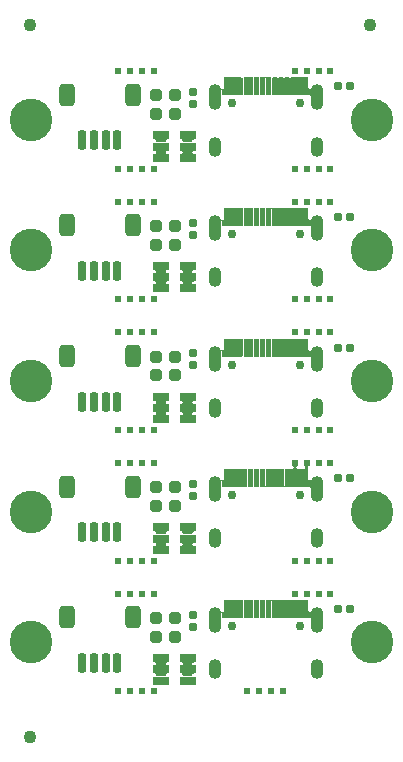
<source format=gbr>
%TF.GenerationSoftware,KiCad,Pcbnew,(6.0.5)*%
%TF.CreationDate,2022-06-02T02:11:43+02:00*%
%TF.ProjectId,5Panel_AKBDB,3550616e-656c-45f4-914b-4244422e6b69,R1*%
%TF.SameCoordinates,Original*%
%TF.FileFunction,Soldermask,Bot*%
%TF.FilePolarity,Negative*%
%FSLAX46Y46*%
G04 Gerber Fmt 4.6, Leading zero omitted, Abs format (unit mm)*
G04 Created by KiCad (PCBNEW (6.0.5)) date 2022-06-02 02:11:43*
%MOMM*%
%LPD*%
G01*
G04 APERTURE LIST*
G04 Aperture macros list*
%AMRoundRect*
0 Rectangle with rounded corners*
0 $1 Rounding radius*
0 $2 $3 $4 $5 $6 $7 $8 $9 X,Y pos of 4 corners*
0 Add a 4 corners polygon primitive as box body*
4,1,4,$2,$3,$4,$5,$6,$7,$8,$9,$2,$3,0*
0 Add four circle primitives for the rounded corners*
1,1,$1+$1,$2,$3*
1,1,$1+$1,$4,$5*
1,1,$1+$1,$6,$7*
1,1,$1+$1,$8,$9*
0 Add four rect primitives between the rounded corners*
20,1,$1+$1,$2,$3,$4,$5,0*
20,1,$1+$1,$4,$5,$6,$7,0*
20,1,$1+$1,$6,$7,$8,$9,0*
20,1,$1+$1,$8,$9,$2,$3,0*%
G04 Aperture macros list end*
%ADD10C,0.750000*%
%ADD11RoundRect,0.050000X0.300000X0.725000X-0.300000X0.725000X-0.300000X-0.725000X0.300000X-0.725000X0*%
%ADD12RoundRect,0.050000X0.150000X0.725000X-0.150000X0.725000X-0.150000X-0.725000X0.150000X-0.725000X0*%
%ADD13O,1.100000X1.700000*%
%ADD14O,1.100000X2.200000*%
%ADD15RoundRect,0.201000X0.512500X0.150000X-0.512500X0.150000X-0.512500X-0.150000X0.512500X-0.150000X0*%
%ADD16RoundRect,0.186000X0.185000X-0.135000X0.185000X0.135000X-0.185000X0.135000X-0.185000X-0.135000X0*%
%ADD17RoundRect,0.269750X-0.256250X0.218750X-0.256250X-0.218750X0.256250X-0.218750X0.256250X0.218750X0*%
%ADD18RoundRect,0.186000X-0.135000X-0.185000X0.135000X-0.185000X0.135000X0.185000X-0.135000X0.185000X0*%
%ADD19RoundRect,0.201000X-0.150000X-0.625000X0.150000X-0.625000X0.150000X0.625000X-0.150000X0.625000X0*%
%ADD20RoundRect,0.301000X-0.350000X-0.650000X0.350000X-0.650000X0.350000X0.650000X-0.350000X0.650000X0*%
%ADD21C,1.102000*%
%ADD22C,0.602000*%
%ADD23C,3.602001*%
%ADD24C,3.602000*%
G04 APERTURE END LIST*
D10*
%TO.C,J1*%
X81671431Y-86667691D03*
X75891431Y-86667691D03*
D11*
X82006431Y-85222691D03*
X81231431Y-85222691D03*
D12*
X80531431Y-85222691D03*
X80031431Y-85222691D03*
X79531431Y-85222691D03*
X79031431Y-85222691D03*
X78531431Y-85222691D03*
X78031431Y-85222691D03*
X77531431Y-85222691D03*
X77031431Y-85222691D03*
D11*
X76331431Y-85222691D03*
X75556431Y-85222691D03*
D13*
X83101431Y-90317691D03*
X74461431Y-90317691D03*
D14*
X74461431Y-86137691D03*
X83101431Y-86137691D03*
%TD*%
D10*
%TO.C,J1*%
X81663326Y-75540296D03*
X75883326Y-75540296D03*
D11*
X81998326Y-74095296D03*
X81223326Y-74095296D03*
D12*
X80523326Y-74095296D03*
X80023326Y-74095296D03*
X79523326Y-74095296D03*
X79023326Y-74095296D03*
X78523326Y-74095296D03*
X78023326Y-74095296D03*
X77523326Y-74095296D03*
X77023326Y-74095296D03*
D11*
X76323326Y-74095296D03*
X75548326Y-74095296D03*
D13*
X83093326Y-79190296D03*
X74453326Y-79190296D03*
D14*
X74453326Y-75010296D03*
X83093326Y-75010296D03*
%TD*%
D10*
%TO.C,J1*%
X81671431Y-64537691D03*
X75891431Y-64537691D03*
D11*
X82006431Y-63092691D03*
X81231431Y-63092691D03*
D12*
X80531431Y-63092691D03*
X80031431Y-63092691D03*
X79531431Y-63092691D03*
X79031431Y-63092691D03*
X78531431Y-63092691D03*
X78031431Y-63092691D03*
X77531431Y-63092691D03*
X77031431Y-63092691D03*
D11*
X76331431Y-63092691D03*
X75556431Y-63092691D03*
D13*
X83101431Y-68187691D03*
X74461431Y-68187691D03*
D14*
X74461431Y-64007691D03*
X83101431Y-64007691D03*
%TD*%
D10*
%TO.C,J1*%
X81671431Y-53472691D03*
X75891431Y-53472691D03*
D11*
X82006431Y-52027691D03*
X81231431Y-52027691D03*
D12*
X80531431Y-52027691D03*
X80031431Y-52027691D03*
X79531431Y-52027691D03*
X79031431Y-52027691D03*
X78531431Y-52027691D03*
X78031431Y-52027691D03*
X77531431Y-52027691D03*
X77031431Y-52027691D03*
D11*
X76331431Y-52027691D03*
X75556431Y-52027691D03*
D13*
X83101431Y-57122691D03*
X74461431Y-57122691D03*
D14*
X74461431Y-52942691D03*
X83101431Y-52942691D03*
%TD*%
D13*
%TO.C,J1*%
X74461431Y-46057691D03*
X83101431Y-46057691D03*
D14*
X74461431Y-41877691D03*
X83101431Y-41877691D03*
D10*
X81671431Y-42407691D03*
X75891431Y-42407691D03*
D12*
X79031431Y-40962691D03*
X78531431Y-40962691D03*
X78031431Y-40962691D03*
X79531431Y-40962691D03*
X77531431Y-40962691D03*
X80031431Y-40962691D03*
X77031431Y-40962691D03*
X80531431Y-40962691D03*
D11*
X81231431Y-40962691D03*
X76331431Y-40962691D03*
X82006431Y-40962691D03*
X75556431Y-40962691D03*
%TD*%
D15*
%TO.C,U1*%
X72126431Y-67234691D03*
X72126431Y-68184691D03*
X72126431Y-69134691D03*
X69851431Y-69134691D03*
X69851431Y-68184691D03*
X69851431Y-67234691D03*
%TD*%
D16*
%TO.C,R2*%
X72591431Y-75649691D03*
X72591431Y-74629691D03*
%TD*%
%TO.C,R2*%
X72591431Y-86714691D03*
X72591431Y-85694691D03*
%TD*%
D17*
%TO.C,F1*%
X71066431Y-74915191D03*
X71066431Y-76490191D03*
%TD*%
%TO.C,F1*%
X71066431Y-85980191D03*
X71066431Y-87555191D03*
%TD*%
D18*
%TO.C,R1*%
X84858931Y-40964691D03*
X85878931Y-40964691D03*
%TD*%
D15*
%TO.C,U1*%
X72126431Y-56169691D03*
X72126431Y-57119691D03*
X72126431Y-58069691D03*
X69851431Y-58069691D03*
X69851431Y-57119691D03*
X69851431Y-56169691D03*
%TD*%
D16*
%TO.C,R2*%
X72591431Y-42454691D03*
X72591431Y-41434691D03*
%TD*%
D19*
%TO.C,J2*%
X63181431Y-78732691D03*
X64181431Y-78732691D03*
X65181431Y-78732691D03*
X66181431Y-78732691D03*
D20*
X61881431Y-74857691D03*
X67481431Y-74857691D03*
%TD*%
D18*
%TO.C,R1*%
X84858931Y-52029691D03*
X85878931Y-52029691D03*
%TD*%
D21*
%TO.C,REF\u002A\u002A*%
X87586948Y-35752391D03*
%TD*%
D16*
%TO.C,R2*%
X72591431Y-53519691D03*
X72591431Y-52499691D03*
%TD*%
D18*
%TO.C,R1*%
X84858931Y-63094691D03*
X85878931Y-63094691D03*
%TD*%
D15*
%TO.C,U1*%
X72126431Y-45104691D03*
X72126431Y-46054691D03*
X72126431Y-47004691D03*
X69851431Y-47004691D03*
X69851431Y-46054691D03*
X69851431Y-45104691D03*
%TD*%
D18*
%TO.C,R1*%
X84858931Y-85224691D03*
X85878931Y-85224691D03*
%TD*%
D19*
%TO.C,J2*%
X63181431Y-45537691D03*
X64181431Y-45537691D03*
X65181431Y-45537691D03*
X66181431Y-45537691D03*
D20*
X61881431Y-41662691D03*
X67481431Y-41662691D03*
%TD*%
D15*
%TO.C,U1*%
X72126431Y-78299691D03*
X72126431Y-79249691D03*
X72126431Y-80199691D03*
X69851431Y-80199691D03*
X69851431Y-79249691D03*
X69851431Y-78299691D03*
%TD*%
D19*
%TO.C,J2*%
X63181431Y-56602691D03*
X64181431Y-56602691D03*
X65181431Y-56602691D03*
X66181431Y-56602691D03*
D20*
X61881431Y-52727691D03*
X67481431Y-52727691D03*
%TD*%
D19*
%TO.C,J2*%
X63181431Y-67667691D03*
X64181431Y-67667691D03*
X65181431Y-67667691D03*
X66181431Y-67667691D03*
D20*
X67481431Y-63792691D03*
X61881431Y-63792691D03*
%TD*%
D21*
%TO.C,REF\u002A\u002A*%
X58820949Y-35752391D03*
%TD*%
%TO.C,REF\u002A\u002A*%
X58820949Y-96077391D03*
%TD*%
D17*
%TO.C,F1*%
X71066431Y-52785191D03*
X71066431Y-54360191D03*
%TD*%
%TO.C,L1*%
X69468931Y-63847191D03*
X69468931Y-65422191D03*
%TD*%
%TO.C,F1*%
X71066431Y-63850191D03*
X71066431Y-65425191D03*
%TD*%
%TO.C,L1*%
X69468931Y-74912191D03*
X69468931Y-76487191D03*
%TD*%
D18*
%TO.C,R1*%
X84858931Y-74159691D03*
X85878931Y-74159691D03*
%TD*%
D19*
%TO.C,J2*%
X63181431Y-89797691D03*
X64181431Y-89797691D03*
X65181431Y-89797691D03*
X66181431Y-89797691D03*
D20*
X61881431Y-85922691D03*
X67481431Y-85922691D03*
%TD*%
D17*
%TO.C,L1*%
X69468931Y-52782191D03*
X69468931Y-54357191D03*
%TD*%
D16*
%TO.C,R2*%
X72591431Y-64584691D03*
X72591431Y-63564691D03*
%TD*%
D17*
%TO.C,F1*%
X71066431Y-41720191D03*
X71066431Y-43295191D03*
%TD*%
%TO.C,L1*%
X69468931Y-41717191D03*
X69468931Y-43292191D03*
%TD*%
D15*
%TO.C,U1*%
X72126431Y-89364691D03*
X72126431Y-90314691D03*
X72126431Y-91264691D03*
X69851431Y-91264691D03*
X69851431Y-90314691D03*
X69851431Y-89364691D03*
%TD*%
D17*
%TO.C,L1*%
X69468931Y-85977191D03*
X69468931Y-87552191D03*
%TD*%
D22*
%TO.C,REF\u002A\u002A*%
X81212583Y-39654001D03*
%TD*%
%TO.C,REF\u002A\u002A*%
X67242957Y-58984125D03*
%TD*%
%TO.C,REF\u002A\u002A*%
X81212566Y-70046505D03*
%TD*%
%TO.C,REF\u002A\u002A*%
X66242940Y-50716716D03*
%TD*%
%TO.C,REF\u002A\u002A*%
X69242957Y-81113960D03*
%TD*%
%TO.C,REF\u002A\u002A*%
X69242957Y-61783304D03*
%TD*%
%TO.C,REF\u002A\u002A*%
X83212583Y-39654166D03*
%TD*%
%TO.C,REF\u002A\u002A*%
X69242940Y-92175799D03*
%TD*%
%TO.C,REF\u002A\u002A*%
X68242940Y-50716548D03*
%TD*%
%TO.C,REF\u002A\u002A*%
X68242940Y-70045714D03*
%TD*%
%TO.C,REF\u002A\u002A*%
X81212566Y-72845840D03*
%TD*%
%TO.C,REF\u002A\u002A*%
X84212566Y-70046757D03*
%TD*%
%TO.C,REF\u002A\u002A*%
X68242957Y-58984043D03*
%TD*%
%TO.C,REF\u002A\u002A*%
X84212566Y-47916757D03*
%TD*%
D23*
%TO.C,MH2*%
X87736431Y-76972691D03*
%TD*%
D22*
%TO.C,REF\u002A\u002A*%
X84212583Y-58983096D03*
%TD*%
%TO.C,REF\u002A\u002A*%
X68242940Y-72846548D03*
%TD*%
D23*
%TO.C,MH2*%
X87736431Y-43777691D03*
%TD*%
D22*
%TO.C,REF\u002A\u002A*%
X82212583Y-39654084D03*
%TD*%
%TO.C,REF\u002A\u002A*%
X66242957Y-58984208D03*
%TD*%
%TO.C,REF\u002A\u002A*%
X80164940Y-92176716D03*
%TD*%
D23*
%TO.C,MH2*%
X87736431Y-65907691D03*
%TD*%
D22*
%TO.C,REF\u002A\u002A*%
X66242957Y-39653055D03*
%TD*%
%TO.C,REF\u002A\u002A*%
X81212583Y-58983345D03*
%TD*%
%TO.C,REF\u002A\u002A*%
X66242940Y-70045546D03*
%TD*%
%TO.C,REF\u002A\u002A*%
X69242940Y-72846464D03*
%TD*%
%TO.C,REF\u002A\u002A*%
X82212583Y-83914084D03*
%TD*%
%TO.C,REF\u002A\u002A*%
X83212566Y-70046673D03*
%TD*%
%TO.C,REF\u002A\u002A*%
X68242957Y-39653221D03*
%TD*%
%TO.C,REF\u002A\u002A*%
X69242957Y-58983960D03*
%TD*%
%TO.C,REF\u002A\u002A*%
X69242940Y-47915799D03*
%TD*%
%TO.C,REF\u002A\u002A*%
X84212583Y-83914249D03*
%TD*%
%TO.C,REF\u002A\u002A*%
X67242940Y-70045630D03*
%TD*%
%TO.C,REF\u002A\u002A*%
X67242940Y-50716632D03*
%TD*%
%TO.C,REF\u002A\u002A*%
X67242957Y-61783138D03*
%TD*%
%TO.C,REF\u002A\u002A*%
X82212583Y-81113262D03*
%TD*%
%TO.C,REF\u002A\u002A*%
X67242957Y-39653138D03*
%TD*%
%TO.C,REF\u002A\u002A*%
X67242940Y-72846632D03*
%TD*%
%TO.C,REF\u002A\u002A*%
X66242957Y-81114208D03*
%TD*%
%TO.C,REF\u002A\u002A*%
X66242940Y-92175546D03*
%TD*%
%TO.C,REF\u002A\u002A*%
X81212566Y-50715840D03*
%TD*%
%TO.C,REF\u002A\u002A*%
X69242957Y-83913304D03*
%TD*%
D24*
%TO.C,MH1*%
X58852931Y-43782373D03*
%TD*%
D22*
%TO.C,REF\u002A\u002A*%
X83212566Y-72845671D03*
%TD*%
%TO.C,REF\u002A\u002A*%
X69242957Y-39653304D03*
%TD*%
%TO.C,REF\u002A\u002A*%
X83212583Y-58983179D03*
%TD*%
%TO.C,REF\u002A\u002A*%
X82212566Y-70046589D03*
%TD*%
%TO.C,REF\u002A\u002A*%
X82212566Y-50715755D03*
%TD*%
%TO.C,REF\u002A\u002A*%
X66242957Y-61783055D03*
%TD*%
%TO.C,REF\u002A\u002A*%
X68242957Y-83913221D03*
%TD*%
%TO.C,REF\u002A\u002A*%
X82212566Y-72845755D03*
%TD*%
%TO.C,REF\u002A\u002A*%
X67242957Y-81114125D03*
%TD*%
D23*
%TO.C,MH2*%
X87736431Y-88037691D03*
%TD*%
D22*
%TO.C,REF\u002A\u002A*%
X66242940Y-72846716D03*
%TD*%
%TO.C,REF\u002A\u002A*%
X84212566Y-50715587D03*
%TD*%
%TO.C,REF\u002A\u002A*%
X84212583Y-61784249D03*
%TD*%
D23*
%TO.C,MH2*%
X87736431Y-54842691D03*
%TD*%
D22*
%TO.C,REF\u002A\u002A*%
X83212583Y-81113179D03*
%TD*%
%TO.C,REF\u002A\u002A*%
X82212566Y-47916589D03*
%TD*%
%TO.C,REF\u002A\u002A*%
X81212583Y-83914001D03*
%TD*%
%TO.C,REF\u002A\u002A*%
X78164940Y-92176548D03*
%TD*%
%TO.C,REF\u002A\u002A*%
X68242957Y-61783221D03*
%TD*%
%TO.C,REF\u002A\u002A*%
X79164940Y-92176632D03*
%TD*%
%TO.C,REF\u002A\u002A*%
X67242940Y-47915630D03*
%TD*%
%TO.C,REF\u002A\u002A*%
X84212583Y-81113096D03*
%TD*%
%TO.C,REF\u002A\u002A*%
X77164940Y-92176464D03*
%TD*%
D24*
%TO.C,MH1*%
X58852931Y-76977373D03*
%TD*%
D22*
%TO.C,REF\u002A\u002A*%
X66242957Y-83913055D03*
%TD*%
%TO.C,REF\u002A\u002A*%
X69242940Y-70045799D03*
%TD*%
%TO.C,REF\u002A\u002A*%
X81212583Y-81113345D03*
%TD*%
D24*
%TO.C,MH1*%
X58852931Y-54847373D03*
%TD*%
D22*
%TO.C,REF\u002A\u002A*%
X66242940Y-47915546D03*
%TD*%
%TO.C,REF\u002A\u002A*%
X83212566Y-50715671D03*
%TD*%
%TO.C,REF\u002A\u002A*%
X81212583Y-61784001D03*
%TD*%
%TO.C,REF\u002A\u002A*%
X83212583Y-83914166D03*
%TD*%
D24*
%TO.C,MH1*%
X58852931Y-88042373D03*
%TD*%
D22*
%TO.C,REF\u002A\u002A*%
X83212583Y-61784166D03*
%TD*%
%TO.C,REF\u002A\u002A*%
X67242957Y-83913138D03*
%TD*%
%TO.C,REF\u002A\u002A*%
X68242940Y-92175714D03*
%TD*%
%TO.C,REF\u002A\u002A*%
X82212583Y-61784084D03*
%TD*%
%TO.C,REF\u002A\u002A*%
X82212583Y-58983262D03*
%TD*%
%TO.C,REF\u002A\u002A*%
X84212583Y-39654249D03*
%TD*%
%TO.C,REF\u002A\u002A*%
X67242940Y-92175630D03*
%TD*%
%TO.C,REF\u002A\u002A*%
X83212566Y-47916673D03*
%TD*%
D24*
%TO.C,MH1*%
X58852931Y-65912373D03*
%TD*%
D22*
%TO.C,REF\u002A\u002A*%
X69242940Y-50716464D03*
%TD*%
%TO.C,REF\u002A\u002A*%
X84212566Y-72845587D03*
%TD*%
%TO.C,REF\u002A\u002A*%
X68242940Y-47915714D03*
%TD*%
%TO.C,REF\u002A\u002A*%
X68242957Y-81114043D03*
%TD*%
%TO.C,REF\u002A\u002A*%
X81212566Y-47916505D03*
%TD*%
G36*
X70357458Y-90664691D02*
G01*
X70357458Y-90666691D01*
X70355987Y-90667674D01*
X70355748Y-90667706D01*
X70292135Y-90695845D01*
X70254001Y-90753656D01*
X70253175Y-90822911D01*
X70289914Y-90881605D01*
X70355756Y-90911676D01*
X70355999Y-90911708D01*
X70357586Y-90912926D01*
X70357325Y-90914909D01*
X70355738Y-90915691D01*
X69347136Y-90915691D01*
X69345404Y-90914691D01*
X69345404Y-90912691D01*
X69346875Y-90911708D01*
X69347114Y-90911676D01*
X69410727Y-90883537D01*
X69448861Y-90825726D01*
X69449687Y-90756471D01*
X69412948Y-90697777D01*
X69347106Y-90667706D01*
X69346863Y-90667674D01*
X69345276Y-90666456D01*
X69345537Y-90664473D01*
X69347124Y-90663691D01*
X70355726Y-90663691D01*
X70357458Y-90664691D01*
G37*
G36*
X72632458Y-90664691D02*
G01*
X72632458Y-90666691D01*
X72630987Y-90667674D01*
X72630748Y-90667706D01*
X72567135Y-90695845D01*
X72529001Y-90753656D01*
X72528175Y-90822911D01*
X72564914Y-90881605D01*
X72630756Y-90911676D01*
X72630999Y-90911708D01*
X72632586Y-90912926D01*
X72632325Y-90914909D01*
X72630738Y-90915691D01*
X71622136Y-90915691D01*
X71620404Y-90914691D01*
X71620404Y-90912691D01*
X71621875Y-90911708D01*
X71622114Y-90911676D01*
X71685727Y-90883537D01*
X71723861Y-90825726D01*
X71724687Y-90756471D01*
X71687948Y-90697777D01*
X71622106Y-90667706D01*
X71621863Y-90667674D01*
X71620276Y-90666456D01*
X71620537Y-90664473D01*
X71622124Y-90663691D01*
X72630726Y-90663691D01*
X72632458Y-90664691D01*
G37*
G36*
X72632458Y-89714691D02*
G01*
X72632458Y-89716691D01*
X72630987Y-89717674D01*
X72630748Y-89717706D01*
X72567135Y-89745845D01*
X72529001Y-89803656D01*
X72528175Y-89872911D01*
X72564914Y-89931605D01*
X72630756Y-89961676D01*
X72630999Y-89961708D01*
X72632586Y-89962926D01*
X72632325Y-89964909D01*
X72630738Y-89965691D01*
X71622136Y-89965691D01*
X71620404Y-89964691D01*
X71620404Y-89962691D01*
X71621875Y-89961708D01*
X71622114Y-89961676D01*
X71685727Y-89933537D01*
X71723861Y-89875726D01*
X71724687Y-89806471D01*
X71687948Y-89747777D01*
X71622106Y-89717706D01*
X71621863Y-89717674D01*
X71620276Y-89716456D01*
X71620537Y-89714473D01*
X71622124Y-89713691D01*
X72630726Y-89713691D01*
X72632458Y-89714691D01*
G37*
G36*
X70357458Y-89714691D02*
G01*
X70357458Y-89716691D01*
X70355987Y-89717674D01*
X70355748Y-89717706D01*
X70292135Y-89745845D01*
X70254001Y-89803656D01*
X70253175Y-89872911D01*
X70289914Y-89931605D01*
X70355756Y-89961676D01*
X70355999Y-89961708D01*
X70357586Y-89962926D01*
X70357325Y-89964909D01*
X70355738Y-89965691D01*
X69347136Y-89965691D01*
X69345404Y-89964691D01*
X69345404Y-89962691D01*
X69346875Y-89961708D01*
X69347114Y-89961676D01*
X69410727Y-89933537D01*
X69448861Y-89875726D01*
X69449687Y-89806471D01*
X69412948Y-89747777D01*
X69347106Y-89717706D01*
X69346863Y-89717674D01*
X69345276Y-89716456D01*
X69345537Y-89714473D01*
X69347124Y-89713691D01*
X70355726Y-89713691D01*
X70357458Y-89714691D01*
G37*
G36*
X74941731Y-85320597D02*
G01*
X74949685Y-85332170D01*
X74949908Y-85332596D01*
X74966274Y-85375907D01*
X75008195Y-85431411D01*
X75073191Y-85455336D01*
X75140802Y-85440324D01*
X75189593Y-85391113D01*
X75204492Y-85332212D01*
X75205886Y-85330778D01*
X75207825Y-85331268D01*
X75208431Y-85332702D01*
X75208431Y-85947492D01*
X75212122Y-85966046D01*
X75219252Y-85976716D01*
X75219383Y-85978711D01*
X75217720Y-85979823D01*
X75216478Y-85979490D01*
X75205005Y-85971825D01*
X75138623Y-85951039D01*
X75071833Y-85969363D01*
X75025507Y-86020936D01*
X75013381Y-86074377D01*
X75012023Y-86075844D01*
X75010073Y-86075402D01*
X75009431Y-86073934D01*
X75009431Y-85587823D01*
X74989227Y-85440331D01*
X74938247Y-85322524D01*
X74938477Y-85320538D01*
X74940313Y-85319743D01*
X74941731Y-85320597D01*
G37*
G36*
X82358350Y-85332592D02*
G01*
X82378027Y-85399607D01*
X82430370Y-85444962D01*
X82498923Y-85454819D01*
X82561964Y-85426029D01*
X82590910Y-85384989D01*
X82592725Y-85384150D01*
X82594359Y-85385303D01*
X82594465Y-85386700D01*
X82559311Y-85507701D01*
X82553431Y-85587769D01*
X82553431Y-86073934D01*
X82552431Y-86075666D01*
X82550431Y-86075666D01*
X82549512Y-86074497D01*
X82529835Y-86007482D01*
X82477492Y-85962127D01*
X82408873Y-85952261D01*
X82357909Y-85971790D01*
X82346384Y-85979490D01*
X82344388Y-85979621D01*
X82343277Y-85977958D01*
X82343610Y-85976716D01*
X82350740Y-85966046D01*
X82354431Y-85947492D01*
X82354431Y-85333155D01*
X82355431Y-85331423D01*
X82357431Y-85331423D01*
X82358350Y-85332592D01*
G37*
G36*
X81682044Y-84454482D02*
G01*
X81682608Y-84456401D01*
X81681775Y-84457592D01*
X81672518Y-84463778D01*
X81662122Y-84479336D01*
X81658431Y-84497890D01*
X81658431Y-85947492D01*
X81662122Y-85966046D01*
X81672518Y-85981604D01*
X81681351Y-85987507D01*
X81682236Y-85989301D01*
X81681124Y-85990964D01*
X81679642Y-85991079D01*
X81621141Y-85972762D01*
X81557761Y-85991372D01*
X81555818Y-85990900D01*
X81555254Y-85988981D01*
X81556087Y-85987790D01*
X81565344Y-85981604D01*
X81575740Y-85966046D01*
X81579431Y-85947492D01*
X81579431Y-84497890D01*
X81575740Y-84479336D01*
X81565344Y-84463778D01*
X81556511Y-84457875D01*
X81555626Y-84456081D01*
X81556738Y-84454418D01*
X81558220Y-84454303D01*
X81616721Y-84472620D01*
X81680101Y-84454010D01*
X81682044Y-84454482D01*
G37*
G36*
X76007044Y-84454482D02*
G01*
X76007608Y-84456401D01*
X76006775Y-84457592D01*
X75997518Y-84463778D01*
X75987122Y-84479336D01*
X75983431Y-84497890D01*
X75983431Y-85947492D01*
X75987122Y-85966046D01*
X75997518Y-85981604D01*
X76006351Y-85987507D01*
X76007236Y-85989301D01*
X76006124Y-85990964D01*
X76004642Y-85991079D01*
X75946141Y-85972762D01*
X75882761Y-85991372D01*
X75880818Y-85990900D01*
X75880254Y-85988981D01*
X75881087Y-85987790D01*
X75890344Y-85981604D01*
X75900740Y-85966046D01*
X75904431Y-85947492D01*
X75904431Y-84497890D01*
X75900740Y-84479336D01*
X75890344Y-84463778D01*
X75881511Y-84457875D01*
X75880626Y-84456081D01*
X75881738Y-84454418D01*
X75883220Y-84454303D01*
X75941721Y-84472620D01*
X76005101Y-84454010D01*
X76007044Y-84454482D01*
G37*
G36*
X79346550Y-84462245D02*
G01*
X79347114Y-84464164D01*
X79346833Y-84464803D01*
X79337122Y-84479336D01*
X79333431Y-84497890D01*
X79333431Y-85947492D01*
X79337122Y-85966046D01*
X79346739Y-85980438D01*
X79346870Y-85982434D01*
X79345207Y-85983545D01*
X79344478Y-85983458D01*
X79283643Y-85964409D01*
X79218255Y-85983609D01*
X79216312Y-85983137D01*
X79215748Y-85981218D01*
X79216029Y-85980579D01*
X79225740Y-85966046D01*
X79229431Y-85947492D01*
X79229431Y-84497890D01*
X79225740Y-84479336D01*
X79216123Y-84464944D01*
X79215992Y-84462948D01*
X79217655Y-84461837D01*
X79218384Y-84461924D01*
X79279219Y-84480973D01*
X79344607Y-84461773D01*
X79346550Y-84462245D01*
G37*
G36*
X77346550Y-84462245D02*
G01*
X77347114Y-84464164D01*
X77346833Y-84464803D01*
X77337122Y-84479336D01*
X77333431Y-84497890D01*
X77333431Y-85947492D01*
X77337122Y-85966046D01*
X77346739Y-85980438D01*
X77346870Y-85982434D01*
X77345207Y-85983545D01*
X77344478Y-85983458D01*
X77283643Y-85964409D01*
X77218255Y-85983609D01*
X77216312Y-85983137D01*
X77215748Y-85981218D01*
X77216029Y-85980579D01*
X77225740Y-85966046D01*
X77229431Y-85947492D01*
X77229431Y-84497890D01*
X77225740Y-84479336D01*
X77216123Y-84464944D01*
X77215992Y-84462948D01*
X77217655Y-84461837D01*
X77218384Y-84461924D01*
X77279219Y-84480973D01*
X77344607Y-84461773D01*
X77346550Y-84462245D01*
G37*
G36*
X78346550Y-84462245D02*
G01*
X78347114Y-84464164D01*
X78346833Y-84464803D01*
X78337122Y-84479336D01*
X78333431Y-84497890D01*
X78333431Y-85947492D01*
X78337122Y-85966046D01*
X78346739Y-85980438D01*
X78346870Y-85982434D01*
X78345207Y-85983545D01*
X78344478Y-85983458D01*
X78283643Y-85964409D01*
X78218255Y-85983609D01*
X78216312Y-85983137D01*
X78215748Y-85981218D01*
X78216029Y-85980579D01*
X78225740Y-85966046D01*
X78229431Y-85947492D01*
X78229431Y-84497890D01*
X78225740Y-84479336D01*
X78216123Y-84464944D01*
X78215992Y-84462948D01*
X78217655Y-84461837D01*
X78218384Y-84461924D01*
X78279219Y-84480973D01*
X78344607Y-84461773D01*
X78346550Y-84462245D01*
G37*
G36*
X77846550Y-84462245D02*
G01*
X77847114Y-84464164D01*
X77846833Y-84464803D01*
X77837122Y-84479336D01*
X77833431Y-84497890D01*
X77833431Y-85947492D01*
X77837122Y-85966046D01*
X77846739Y-85980438D01*
X77846870Y-85982434D01*
X77845207Y-85983545D01*
X77844478Y-85983458D01*
X77783643Y-85964409D01*
X77718255Y-85983609D01*
X77716312Y-85983137D01*
X77715748Y-85981218D01*
X77716029Y-85980579D01*
X77725740Y-85966046D01*
X77729431Y-85947492D01*
X77729431Y-84497890D01*
X77725740Y-84479336D01*
X77716123Y-84464944D01*
X77715992Y-84462948D01*
X77717655Y-84461837D01*
X77718384Y-84461924D01*
X77779219Y-84480973D01*
X77844607Y-84461773D01*
X77846550Y-84462245D01*
G37*
G36*
X79846550Y-84462245D02*
G01*
X79847114Y-84464164D01*
X79846833Y-84464803D01*
X79837122Y-84479336D01*
X79833431Y-84497890D01*
X79833431Y-85947492D01*
X79837122Y-85966046D01*
X79846739Y-85980438D01*
X79846870Y-85982434D01*
X79845207Y-85983545D01*
X79844478Y-85983458D01*
X79783643Y-85964409D01*
X79718255Y-85983609D01*
X79716312Y-85983137D01*
X79715748Y-85981218D01*
X79716029Y-85980579D01*
X79725740Y-85966046D01*
X79729431Y-85947492D01*
X79729431Y-84497890D01*
X79725740Y-84479336D01*
X79716123Y-84464944D01*
X79715992Y-84462948D01*
X79717655Y-84461837D01*
X79718384Y-84461924D01*
X79779219Y-84480973D01*
X79844607Y-84461773D01*
X79846550Y-84462245D01*
G37*
G36*
X80346550Y-84462245D02*
G01*
X80347114Y-84464164D01*
X80346833Y-84464803D01*
X80337122Y-84479336D01*
X80333431Y-84497890D01*
X80333431Y-85947492D01*
X80337122Y-85966046D01*
X80346739Y-85980438D01*
X80346870Y-85982434D01*
X80345207Y-85983545D01*
X80344478Y-85983458D01*
X80283643Y-85964409D01*
X80218255Y-85983609D01*
X80216312Y-85983137D01*
X80215748Y-85981218D01*
X80216029Y-85980579D01*
X80225740Y-85966046D01*
X80229431Y-85947492D01*
X80229431Y-84497890D01*
X80225740Y-84479336D01*
X80216123Y-84464944D01*
X80215992Y-84462948D01*
X80217655Y-84461837D01*
X80218384Y-84461924D01*
X80279219Y-84480973D01*
X80344607Y-84461773D01*
X80346550Y-84462245D01*
G37*
G36*
X78846550Y-84462245D02*
G01*
X78847114Y-84464164D01*
X78846833Y-84464803D01*
X78837122Y-84479336D01*
X78833431Y-84497890D01*
X78833431Y-85947492D01*
X78837122Y-85966046D01*
X78846739Y-85980438D01*
X78846870Y-85982434D01*
X78845207Y-85983545D01*
X78844478Y-85983458D01*
X78783643Y-85964409D01*
X78718255Y-85983609D01*
X78716312Y-85983137D01*
X78715748Y-85981218D01*
X78716029Y-85980579D01*
X78725740Y-85966046D01*
X78729431Y-85947492D01*
X78729431Y-84497890D01*
X78725740Y-84479336D01*
X78716123Y-84464944D01*
X78715992Y-84462948D01*
X78717655Y-84461837D01*
X78718384Y-84461924D01*
X78779219Y-84480973D01*
X78844607Y-84461773D01*
X78846550Y-84462245D01*
G37*
G36*
X76671384Y-84465891D02*
G01*
X76685176Y-84475107D01*
X76686138Y-84473667D01*
X76687932Y-84472782D01*
X76689083Y-84473243D01*
X76707381Y-84488533D01*
X76776099Y-84497160D01*
X76824790Y-84473861D01*
X76826784Y-84474015D01*
X76827316Y-84474554D01*
X76827686Y-84475107D01*
X76841478Y-84465892D01*
X76843474Y-84465761D01*
X76844585Y-84467424D01*
X76844252Y-84468666D01*
X76837122Y-84479336D01*
X76833431Y-84497890D01*
X76833431Y-85947492D01*
X76837122Y-85966046D01*
X76844252Y-85976717D01*
X76844383Y-85978713D01*
X76842720Y-85979824D01*
X76841478Y-85979491D01*
X76827686Y-85970275D01*
X76826724Y-85971715D01*
X76824930Y-85972600D01*
X76823779Y-85972139D01*
X76805481Y-85956849D01*
X76736763Y-85948222D01*
X76688072Y-85971521D01*
X76686078Y-85971367D01*
X76685546Y-85970828D01*
X76685176Y-85970275D01*
X76671384Y-85979490D01*
X76669388Y-85979621D01*
X76668277Y-85977958D01*
X76668610Y-85976716D01*
X76675740Y-85966046D01*
X76679431Y-85947492D01*
X76679431Y-84497890D01*
X76675740Y-84479336D01*
X76668610Y-84468665D01*
X76668479Y-84466669D01*
X76670142Y-84465558D01*
X76671384Y-84465891D01*
G37*
G36*
X80721384Y-84465891D02*
G01*
X80735176Y-84475107D01*
X80736138Y-84473667D01*
X80737932Y-84472782D01*
X80739083Y-84473243D01*
X80757381Y-84488533D01*
X80826099Y-84497160D01*
X80874790Y-84473861D01*
X80876784Y-84474015D01*
X80877316Y-84474554D01*
X80877686Y-84475107D01*
X80891478Y-84465892D01*
X80893474Y-84465761D01*
X80894585Y-84467424D01*
X80894252Y-84468666D01*
X80887122Y-84479336D01*
X80883431Y-84497890D01*
X80883431Y-85947492D01*
X80887122Y-85966046D01*
X80894252Y-85976717D01*
X80894383Y-85978713D01*
X80892720Y-85979824D01*
X80891478Y-85979491D01*
X80877686Y-85970275D01*
X80876724Y-85971715D01*
X80874930Y-85972600D01*
X80873779Y-85972139D01*
X80855481Y-85956849D01*
X80786763Y-85948222D01*
X80738072Y-85971521D01*
X80736078Y-85971367D01*
X80735546Y-85970828D01*
X80735176Y-85970275D01*
X80721384Y-85979490D01*
X80719388Y-85979621D01*
X80718277Y-85977958D01*
X80718610Y-85976716D01*
X80725740Y-85966046D01*
X80729431Y-85947492D01*
X80729431Y-84497890D01*
X80725740Y-84479336D01*
X80718610Y-84468665D01*
X80718479Y-84466669D01*
X80720142Y-84465558D01*
X80721384Y-84465891D01*
G37*
G36*
X70357458Y-79599691D02*
G01*
X70357458Y-79601691D01*
X70355987Y-79602674D01*
X70355748Y-79602706D01*
X70292135Y-79630845D01*
X70254001Y-79688656D01*
X70253175Y-79757911D01*
X70289914Y-79816605D01*
X70355756Y-79846676D01*
X70355999Y-79846708D01*
X70357586Y-79847926D01*
X70357325Y-79849909D01*
X70355738Y-79850691D01*
X69347136Y-79850691D01*
X69345404Y-79849691D01*
X69345404Y-79847691D01*
X69346875Y-79846708D01*
X69347114Y-79846676D01*
X69410727Y-79818537D01*
X69448861Y-79760726D01*
X69449687Y-79691471D01*
X69412948Y-79632777D01*
X69347106Y-79602706D01*
X69346863Y-79602674D01*
X69345276Y-79601456D01*
X69345537Y-79599473D01*
X69347124Y-79598691D01*
X70355726Y-79598691D01*
X70357458Y-79599691D01*
G37*
G36*
X72632458Y-79599691D02*
G01*
X72632458Y-79601691D01*
X72630987Y-79602674D01*
X72630748Y-79602706D01*
X72567135Y-79630845D01*
X72529001Y-79688656D01*
X72528175Y-79757911D01*
X72564914Y-79816605D01*
X72630756Y-79846676D01*
X72630999Y-79846708D01*
X72632586Y-79847926D01*
X72632325Y-79849909D01*
X72630738Y-79850691D01*
X71622136Y-79850691D01*
X71620404Y-79849691D01*
X71620404Y-79847691D01*
X71621875Y-79846708D01*
X71622114Y-79846676D01*
X71685727Y-79818537D01*
X71723861Y-79760726D01*
X71724687Y-79691471D01*
X71687948Y-79632777D01*
X71622106Y-79602706D01*
X71621863Y-79602674D01*
X71620276Y-79601456D01*
X71620537Y-79599473D01*
X71622124Y-79598691D01*
X72630726Y-79598691D01*
X72632458Y-79599691D01*
G37*
G36*
X72632458Y-78649691D02*
G01*
X72632458Y-78651691D01*
X72630987Y-78652674D01*
X72630748Y-78652706D01*
X72567135Y-78680845D01*
X72529001Y-78738656D01*
X72528175Y-78807911D01*
X72564914Y-78866605D01*
X72630756Y-78896676D01*
X72630999Y-78896708D01*
X72632586Y-78897926D01*
X72632325Y-78899909D01*
X72630738Y-78900691D01*
X71622136Y-78900691D01*
X71620404Y-78899691D01*
X71620404Y-78897691D01*
X71621875Y-78896708D01*
X71622114Y-78896676D01*
X71685727Y-78868537D01*
X71723861Y-78810726D01*
X71724687Y-78741471D01*
X71687948Y-78682777D01*
X71622106Y-78652706D01*
X71621863Y-78652674D01*
X71620276Y-78651456D01*
X71620537Y-78649473D01*
X71622124Y-78648691D01*
X72630726Y-78648691D01*
X72632458Y-78649691D01*
G37*
G36*
X70357458Y-78649691D02*
G01*
X70357458Y-78651691D01*
X70355987Y-78652674D01*
X70355748Y-78652706D01*
X70292135Y-78680845D01*
X70254001Y-78738656D01*
X70253175Y-78807911D01*
X70289914Y-78866605D01*
X70355756Y-78896676D01*
X70355999Y-78896708D01*
X70357586Y-78897926D01*
X70357325Y-78899909D01*
X70355738Y-78900691D01*
X69347136Y-78900691D01*
X69345404Y-78899691D01*
X69345404Y-78897691D01*
X69346875Y-78896708D01*
X69347114Y-78896676D01*
X69410727Y-78868537D01*
X69448861Y-78810726D01*
X69449687Y-78741471D01*
X69412948Y-78682777D01*
X69347106Y-78652706D01*
X69346863Y-78652674D01*
X69345276Y-78651456D01*
X69345537Y-78649473D01*
X69347124Y-78648691D01*
X70355726Y-78648691D01*
X70357458Y-78649691D01*
G37*
G36*
X74933626Y-74193202D02*
G01*
X74941580Y-74204775D01*
X74941803Y-74205201D01*
X74958169Y-74248512D01*
X75000090Y-74304016D01*
X75065086Y-74327941D01*
X75132697Y-74312929D01*
X75181488Y-74263718D01*
X75196387Y-74204817D01*
X75197781Y-74203383D01*
X75199720Y-74203873D01*
X75200326Y-74205307D01*
X75200326Y-74820097D01*
X75204017Y-74838651D01*
X75211147Y-74849321D01*
X75211278Y-74851316D01*
X75209615Y-74852428D01*
X75208373Y-74852095D01*
X75196900Y-74844430D01*
X75130518Y-74823644D01*
X75063728Y-74841968D01*
X75017402Y-74893541D01*
X75005276Y-74946982D01*
X75003918Y-74948449D01*
X75001968Y-74948007D01*
X75001326Y-74946539D01*
X75001326Y-74460428D01*
X74981122Y-74312936D01*
X74930142Y-74195129D01*
X74930372Y-74193143D01*
X74932208Y-74192348D01*
X74933626Y-74193202D01*
G37*
G36*
X82350245Y-74205197D02*
G01*
X82369922Y-74272212D01*
X82422265Y-74317567D01*
X82490818Y-74327424D01*
X82553859Y-74298634D01*
X82582805Y-74257594D01*
X82584620Y-74256755D01*
X82586254Y-74257908D01*
X82586360Y-74259305D01*
X82551206Y-74380306D01*
X82545326Y-74460374D01*
X82545326Y-74946539D01*
X82544326Y-74948271D01*
X82542326Y-74948271D01*
X82541407Y-74947102D01*
X82521730Y-74880087D01*
X82469387Y-74834732D01*
X82400768Y-74824866D01*
X82349804Y-74844395D01*
X82338279Y-74852095D01*
X82336283Y-74852226D01*
X82335172Y-74850563D01*
X82335505Y-74849321D01*
X82342635Y-74838651D01*
X82346326Y-74820097D01*
X82346326Y-74205760D01*
X82347326Y-74204028D01*
X82349326Y-74204028D01*
X82350245Y-74205197D01*
G37*
G36*
X75998939Y-73327087D02*
G01*
X75999503Y-73329006D01*
X75998670Y-73330197D01*
X75989413Y-73336383D01*
X75979017Y-73351941D01*
X75975326Y-73370495D01*
X75975326Y-74820097D01*
X75979017Y-74838651D01*
X75989413Y-74854209D01*
X75998246Y-74860112D01*
X75999131Y-74861906D01*
X75998019Y-74863569D01*
X75996537Y-74863684D01*
X75938036Y-74845367D01*
X75874656Y-74863977D01*
X75872713Y-74863505D01*
X75872149Y-74861586D01*
X75872982Y-74860395D01*
X75882239Y-74854209D01*
X75892635Y-74838651D01*
X75896326Y-74820097D01*
X75896326Y-73370495D01*
X75892635Y-73351941D01*
X75882239Y-73336383D01*
X75873406Y-73330480D01*
X75872521Y-73328686D01*
X75873633Y-73327023D01*
X75875115Y-73326908D01*
X75933616Y-73345225D01*
X75996996Y-73326615D01*
X75998939Y-73327087D01*
G37*
G36*
X81673939Y-73327087D02*
G01*
X81674503Y-73329006D01*
X81673670Y-73330197D01*
X81664413Y-73336383D01*
X81654017Y-73351941D01*
X81650326Y-73370495D01*
X81650326Y-74820097D01*
X81654017Y-74838651D01*
X81664413Y-74854209D01*
X81673246Y-74860112D01*
X81674131Y-74861906D01*
X81673019Y-74863569D01*
X81671537Y-74863684D01*
X81613036Y-74845367D01*
X81549656Y-74863977D01*
X81547713Y-74863505D01*
X81547149Y-74861586D01*
X81547982Y-74860395D01*
X81557239Y-74854209D01*
X81567635Y-74838651D01*
X81571326Y-74820097D01*
X81571326Y-73370495D01*
X81567635Y-73351941D01*
X81557239Y-73336383D01*
X81548406Y-73330480D01*
X81547521Y-73328686D01*
X81548633Y-73327023D01*
X81550115Y-73326908D01*
X81608616Y-73345225D01*
X81671996Y-73326615D01*
X81673939Y-73327087D01*
G37*
G36*
X80338445Y-73334850D02*
G01*
X80339009Y-73336769D01*
X80338728Y-73337408D01*
X80329017Y-73351941D01*
X80325326Y-73370495D01*
X80325326Y-74820097D01*
X80329017Y-74838651D01*
X80338634Y-74853043D01*
X80338765Y-74855039D01*
X80337102Y-74856150D01*
X80336373Y-74856063D01*
X80275538Y-74837014D01*
X80210150Y-74856214D01*
X80208207Y-74855742D01*
X80207643Y-74853823D01*
X80207924Y-74853184D01*
X80217635Y-74838651D01*
X80221326Y-74820097D01*
X80221326Y-73370495D01*
X80217635Y-73351941D01*
X80208018Y-73337549D01*
X80207887Y-73335553D01*
X80209550Y-73334442D01*
X80210279Y-73334529D01*
X80271114Y-73353578D01*
X80336502Y-73334378D01*
X80338445Y-73334850D01*
G37*
G36*
X79338445Y-73334850D02*
G01*
X79339009Y-73336769D01*
X79338728Y-73337408D01*
X79329017Y-73351941D01*
X79325326Y-73370495D01*
X79325326Y-74820097D01*
X79329017Y-74838651D01*
X79338634Y-74853043D01*
X79338765Y-74855039D01*
X79337102Y-74856150D01*
X79336373Y-74856063D01*
X79275538Y-74837014D01*
X79210150Y-74856214D01*
X79208207Y-74855742D01*
X79207643Y-74853823D01*
X79207924Y-74853184D01*
X79217635Y-74838651D01*
X79221326Y-74820097D01*
X79221326Y-73370495D01*
X79217635Y-73351941D01*
X79208018Y-73337549D01*
X79207887Y-73335553D01*
X79209550Y-73334442D01*
X79210279Y-73334529D01*
X79271114Y-73353578D01*
X79336502Y-73334378D01*
X79338445Y-73334850D01*
G37*
G36*
X78838445Y-73334850D02*
G01*
X78839009Y-73336769D01*
X78838728Y-73337408D01*
X78829017Y-73351941D01*
X78825326Y-73370495D01*
X78825326Y-74820097D01*
X78829017Y-74838651D01*
X78838634Y-74853043D01*
X78838765Y-74855039D01*
X78837102Y-74856150D01*
X78836373Y-74856063D01*
X78775538Y-74837014D01*
X78710150Y-74856214D01*
X78708207Y-74855742D01*
X78707643Y-74853823D01*
X78707924Y-74853184D01*
X78717635Y-74838651D01*
X78721326Y-74820097D01*
X78721326Y-73370495D01*
X78717635Y-73351941D01*
X78708018Y-73337549D01*
X78707887Y-73335553D01*
X78709550Y-73334442D01*
X78710279Y-73334529D01*
X78771114Y-73353578D01*
X78836502Y-73334378D01*
X78838445Y-73334850D01*
G37*
G36*
X77838445Y-73334850D02*
G01*
X77839009Y-73336769D01*
X77838728Y-73337408D01*
X77829017Y-73351941D01*
X77825326Y-73370495D01*
X77825326Y-74820097D01*
X77829017Y-74838651D01*
X77838634Y-74853043D01*
X77838765Y-74855039D01*
X77837102Y-74856150D01*
X77836373Y-74856063D01*
X77775538Y-74837014D01*
X77710150Y-74856214D01*
X77708207Y-74855742D01*
X77707643Y-74853823D01*
X77707924Y-74853184D01*
X77717635Y-74838651D01*
X77721326Y-74820097D01*
X77721326Y-73370495D01*
X77717635Y-73351941D01*
X77708018Y-73337549D01*
X77707887Y-73335553D01*
X77709550Y-73334442D01*
X77710279Y-73334529D01*
X77771114Y-73353578D01*
X77836502Y-73334378D01*
X77838445Y-73334850D01*
G37*
G36*
X78338445Y-73334850D02*
G01*
X78339009Y-73336769D01*
X78338728Y-73337408D01*
X78329017Y-73351941D01*
X78325326Y-73370495D01*
X78325326Y-74820097D01*
X78329017Y-74838651D01*
X78338634Y-74853043D01*
X78338765Y-74855039D01*
X78337102Y-74856150D01*
X78336373Y-74856063D01*
X78275538Y-74837014D01*
X78210150Y-74856214D01*
X78208207Y-74855742D01*
X78207643Y-74853823D01*
X78207924Y-74853184D01*
X78217635Y-74838651D01*
X78221326Y-74820097D01*
X78221326Y-73370495D01*
X78217635Y-73351941D01*
X78208018Y-73337549D01*
X78207887Y-73335553D01*
X78209550Y-73334442D01*
X78210279Y-73334529D01*
X78271114Y-73353578D01*
X78336502Y-73334378D01*
X78338445Y-73334850D01*
G37*
G36*
X79838445Y-73334850D02*
G01*
X79839009Y-73336769D01*
X79838728Y-73337408D01*
X79829017Y-73351941D01*
X79825326Y-73370495D01*
X79825326Y-74820097D01*
X79829017Y-74838651D01*
X79838634Y-74853043D01*
X79838765Y-74855039D01*
X79837102Y-74856150D01*
X79836373Y-74856063D01*
X79775538Y-74837014D01*
X79710150Y-74856214D01*
X79708207Y-74855742D01*
X79707643Y-74853823D01*
X79707924Y-74853184D01*
X79717635Y-74838651D01*
X79721326Y-74820097D01*
X79721326Y-73370495D01*
X79717635Y-73351941D01*
X79708018Y-73337549D01*
X79707887Y-73335553D01*
X79709550Y-73334442D01*
X79710279Y-73334529D01*
X79771114Y-73353578D01*
X79836502Y-73334378D01*
X79838445Y-73334850D01*
G37*
G36*
X77338445Y-73334850D02*
G01*
X77339009Y-73336769D01*
X77338728Y-73337408D01*
X77329017Y-73351941D01*
X77325326Y-73370495D01*
X77325326Y-74820097D01*
X77329017Y-74838651D01*
X77338634Y-74853043D01*
X77338765Y-74855039D01*
X77337102Y-74856150D01*
X77336373Y-74856063D01*
X77275538Y-74837014D01*
X77210150Y-74856214D01*
X77208207Y-74855742D01*
X77207643Y-74853823D01*
X77207924Y-74853184D01*
X77217635Y-74838651D01*
X77221326Y-74820097D01*
X77221326Y-73370495D01*
X77217635Y-73351941D01*
X77208018Y-73337549D01*
X77207887Y-73335553D01*
X77209550Y-73334442D01*
X77210279Y-73334529D01*
X77271114Y-73353578D01*
X77336502Y-73334378D01*
X77338445Y-73334850D01*
G37*
G36*
X76663279Y-73338496D02*
G01*
X76677071Y-73347712D01*
X76678033Y-73346272D01*
X76679827Y-73345387D01*
X76680978Y-73345848D01*
X76699276Y-73361138D01*
X76767994Y-73369765D01*
X76816685Y-73346466D01*
X76818679Y-73346620D01*
X76819211Y-73347159D01*
X76819581Y-73347712D01*
X76833373Y-73338497D01*
X76835369Y-73338366D01*
X76836480Y-73340029D01*
X76836147Y-73341271D01*
X76829017Y-73351941D01*
X76825326Y-73370495D01*
X76825326Y-74820097D01*
X76829017Y-74838651D01*
X76836147Y-74849322D01*
X76836278Y-74851318D01*
X76834615Y-74852429D01*
X76833373Y-74852096D01*
X76819581Y-74842880D01*
X76818619Y-74844320D01*
X76816825Y-74845205D01*
X76815674Y-74844744D01*
X76797376Y-74829454D01*
X76728658Y-74820827D01*
X76679967Y-74844126D01*
X76677973Y-74843972D01*
X76677441Y-74843433D01*
X76677071Y-74842880D01*
X76663279Y-74852095D01*
X76661283Y-74852226D01*
X76660172Y-74850563D01*
X76660505Y-74849321D01*
X76667635Y-74838651D01*
X76671326Y-74820097D01*
X76671326Y-73370495D01*
X76667635Y-73351941D01*
X76660505Y-73341270D01*
X76660374Y-73339274D01*
X76662037Y-73338163D01*
X76663279Y-73338496D01*
G37*
G36*
X80713279Y-73338496D02*
G01*
X80727071Y-73347712D01*
X80728033Y-73346272D01*
X80729827Y-73345387D01*
X80730978Y-73345848D01*
X80749276Y-73361138D01*
X80817994Y-73369765D01*
X80866685Y-73346466D01*
X80868679Y-73346620D01*
X80869211Y-73347159D01*
X80869581Y-73347712D01*
X80883373Y-73338497D01*
X80885369Y-73338366D01*
X80886480Y-73340029D01*
X80886147Y-73341271D01*
X80879017Y-73351941D01*
X80875326Y-73370495D01*
X80875326Y-74820097D01*
X80879017Y-74838651D01*
X80886147Y-74849322D01*
X80886278Y-74851318D01*
X80884615Y-74852429D01*
X80883373Y-74852096D01*
X80869581Y-74842880D01*
X80868619Y-74844320D01*
X80866825Y-74845205D01*
X80865674Y-74844744D01*
X80847376Y-74829454D01*
X80778658Y-74820827D01*
X80729967Y-74844126D01*
X80727973Y-74843972D01*
X80727441Y-74843433D01*
X80727071Y-74842880D01*
X80713279Y-74852095D01*
X80711283Y-74852226D01*
X80710172Y-74850563D01*
X80710505Y-74849321D01*
X80717635Y-74838651D01*
X80721326Y-74820097D01*
X80721326Y-73370495D01*
X80717635Y-73351941D01*
X80710505Y-73341270D01*
X80710374Y-73339274D01*
X80712037Y-73338163D01*
X80713279Y-73338496D01*
G37*
G36*
X82019310Y-73067941D02*
G01*
X82063083Y-73104671D01*
X82160650Y-73140182D01*
X82264482Y-73140182D01*
X82332255Y-73115515D01*
X82334225Y-73115862D01*
X82334909Y-73117741D01*
X82334312Y-73118848D01*
X82285923Y-73164550D01*
X82269275Y-73231777D01*
X82291651Y-73297436D01*
X82317181Y-73322337D01*
X82317723Y-73324262D01*
X82316327Y-73325694D01*
X82315395Y-73325731D01*
X82298127Y-73322296D01*
X81971795Y-73322296D01*
X81970063Y-73321296D01*
X81970063Y-73319296D01*
X81971232Y-73318377D01*
X82038244Y-73298701D01*
X82083599Y-73246358D01*
X82093456Y-73177805D01*
X82064644Y-73114716D01*
X82045396Y-73099653D01*
X82045215Y-73099492D01*
X82016610Y-73070887D01*
X82016092Y-73068955D01*
X82017506Y-73067541D01*
X82019310Y-73067941D01*
G37*
G36*
X81019310Y-73068026D02*
G01*
X81063083Y-73104756D01*
X81160650Y-73140267D01*
X81264482Y-73140267D01*
X81362049Y-73104756D01*
X81405822Y-73068026D01*
X81407792Y-73067679D01*
X81409078Y-73069211D01*
X81408522Y-73070972D01*
X81377402Y-73102092D01*
X81377419Y-73102109D01*
X81377937Y-73104041D01*
X81377378Y-73104977D01*
X81347355Y-73133333D01*
X81330706Y-73200560D01*
X81353046Y-73266117D01*
X81407360Y-73309249D01*
X81453891Y-73318333D01*
X81455400Y-73319646D01*
X81455016Y-73321609D01*
X81453508Y-73322296D01*
X80971629Y-73322296D01*
X80969897Y-73321296D01*
X80969897Y-73319296D01*
X80971066Y-73318377D01*
X81038078Y-73298701D01*
X81083433Y-73246358D01*
X81093290Y-73177805D01*
X81064478Y-73114716D01*
X81045605Y-73099947D01*
X81045424Y-73099786D01*
X81016610Y-73070972D01*
X81016092Y-73069040D01*
X81017506Y-73067626D01*
X81019310Y-73068026D01*
G37*
G36*
X72632458Y-68534691D02*
G01*
X72632458Y-68536691D01*
X72630987Y-68537674D01*
X72630748Y-68537706D01*
X72567135Y-68565845D01*
X72529001Y-68623656D01*
X72528175Y-68692911D01*
X72564914Y-68751605D01*
X72630756Y-68781676D01*
X72630999Y-68781708D01*
X72632586Y-68782926D01*
X72632325Y-68784909D01*
X72630738Y-68785691D01*
X71622136Y-68785691D01*
X71620404Y-68784691D01*
X71620404Y-68782691D01*
X71621875Y-68781708D01*
X71622114Y-68781676D01*
X71685727Y-68753537D01*
X71723861Y-68695726D01*
X71724687Y-68626471D01*
X71687948Y-68567777D01*
X71622106Y-68537706D01*
X71621863Y-68537674D01*
X71620276Y-68536456D01*
X71620537Y-68534473D01*
X71622124Y-68533691D01*
X72630726Y-68533691D01*
X72632458Y-68534691D01*
G37*
G36*
X70357458Y-68534691D02*
G01*
X70357458Y-68536691D01*
X70355987Y-68537674D01*
X70355748Y-68537706D01*
X70292135Y-68565845D01*
X70254001Y-68623656D01*
X70253175Y-68692911D01*
X70289914Y-68751605D01*
X70355756Y-68781676D01*
X70355999Y-68781708D01*
X70357586Y-68782926D01*
X70357325Y-68784909D01*
X70355738Y-68785691D01*
X69347136Y-68785691D01*
X69345404Y-68784691D01*
X69345404Y-68782691D01*
X69346875Y-68781708D01*
X69347114Y-68781676D01*
X69410727Y-68753537D01*
X69448861Y-68695726D01*
X69449687Y-68626471D01*
X69412948Y-68567777D01*
X69347106Y-68537706D01*
X69346863Y-68537674D01*
X69345276Y-68536456D01*
X69345537Y-68534473D01*
X69347124Y-68533691D01*
X70355726Y-68533691D01*
X70357458Y-68534691D01*
G37*
G36*
X72632458Y-67584691D02*
G01*
X72632458Y-67586691D01*
X72630987Y-67587674D01*
X72630748Y-67587706D01*
X72567135Y-67615845D01*
X72529001Y-67673656D01*
X72528175Y-67742911D01*
X72564914Y-67801605D01*
X72630756Y-67831676D01*
X72630999Y-67831708D01*
X72632586Y-67832926D01*
X72632325Y-67834909D01*
X72630738Y-67835691D01*
X71622136Y-67835691D01*
X71620404Y-67834691D01*
X71620404Y-67832691D01*
X71621875Y-67831708D01*
X71622114Y-67831676D01*
X71685727Y-67803537D01*
X71723861Y-67745726D01*
X71724687Y-67676471D01*
X71687948Y-67617777D01*
X71622106Y-67587706D01*
X71621863Y-67587674D01*
X71620276Y-67586456D01*
X71620537Y-67584473D01*
X71622124Y-67583691D01*
X72630726Y-67583691D01*
X72632458Y-67584691D01*
G37*
G36*
X70357458Y-67584691D02*
G01*
X70357458Y-67586691D01*
X70355987Y-67587674D01*
X70355748Y-67587706D01*
X70292135Y-67615845D01*
X70254001Y-67673656D01*
X70253175Y-67742911D01*
X70289914Y-67801605D01*
X70355756Y-67831676D01*
X70355999Y-67831708D01*
X70357586Y-67832926D01*
X70357325Y-67834909D01*
X70355738Y-67835691D01*
X69347136Y-67835691D01*
X69345404Y-67834691D01*
X69345404Y-67832691D01*
X69346875Y-67831708D01*
X69347114Y-67831676D01*
X69410727Y-67803537D01*
X69448861Y-67745726D01*
X69449687Y-67676471D01*
X69412948Y-67617777D01*
X69347106Y-67587706D01*
X69346863Y-67587674D01*
X69345276Y-67586456D01*
X69345537Y-67584473D01*
X69347124Y-67583691D01*
X70355726Y-67583691D01*
X70357458Y-67584691D01*
G37*
G36*
X74941731Y-63190597D02*
G01*
X74949685Y-63202170D01*
X74949908Y-63202596D01*
X74966274Y-63245907D01*
X75008195Y-63301411D01*
X75073191Y-63325336D01*
X75140802Y-63310324D01*
X75189593Y-63261113D01*
X75204492Y-63202212D01*
X75205886Y-63200778D01*
X75207825Y-63201268D01*
X75208431Y-63202702D01*
X75208431Y-63817492D01*
X75212122Y-63836046D01*
X75219252Y-63846716D01*
X75219383Y-63848711D01*
X75217720Y-63849823D01*
X75216478Y-63849490D01*
X75205005Y-63841825D01*
X75138623Y-63821039D01*
X75071833Y-63839363D01*
X75025507Y-63890936D01*
X75013381Y-63944377D01*
X75012023Y-63945844D01*
X75010073Y-63945402D01*
X75009431Y-63943934D01*
X75009431Y-63457823D01*
X74989227Y-63310331D01*
X74938247Y-63192524D01*
X74938477Y-63190538D01*
X74940313Y-63189743D01*
X74941731Y-63190597D01*
G37*
G36*
X82358350Y-63202592D02*
G01*
X82378027Y-63269607D01*
X82430370Y-63314962D01*
X82498923Y-63324819D01*
X82561964Y-63296029D01*
X82590910Y-63254989D01*
X82592725Y-63254150D01*
X82594359Y-63255303D01*
X82594465Y-63256700D01*
X82559311Y-63377701D01*
X82553431Y-63457769D01*
X82553431Y-63943934D01*
X82552431Y-63945666D01*
X82550431Y-63945666D01*
X82549512Y-63944497D01*
X82529835Y-63877482D01*
X82477492Y-63832127D01*
X82408873Y-63822261D01*
X82357909Y-63841790D01*
X82346384Y-63849490D01*
X82344388Y-63849621D01*
X82343277Y-63847958D01*
X82343610Y-63846716D01*
X82350740Y-63836046D01*
X82354431Y-63817492D01*
X82354431Y-63203155D01*
X82355431Y-63201423D01*
X82357431Y-63201423D01*
X82358350Y-63202592D01*
G37*
G36*
X81682044Y-62324482D02*
G01*
X81682608Y-62326401D01*
X81681775Y-62327592D01*
X81672518Y-62333778D01*
X81662122Y-62349336D01*
X81658431Y-62367890D01*
X81658431Y-63817492D01*
X81662122Y-63836046D01*
X81672518Y-63851604D01*
X81681351Y-63857507D01*
X81682236Y-63859301D01*
X81681124Y-63860964D01*
X81679642Y-63861079D01*
X81621141Y-63842762D01*
X81557761Y-63861372D01*
X81555818Y-63860900D01*
X81555254Y-63858981D01*
X81556087Y-63857790D01*
X81565344Y-63851604D01*
X81575740Y-63836046D01*
X81579431Y-63817492D01*
X81579431Y-62367890D01*
X81575740Y-62349336D01*
X81565344Y-62333778D01*
X81556511Y-62327875D01*
X81555626Y-62326081D01*
X81556738Y-62324418D01*
X81558220Y-62324303D01*
X81616721Y-62342620D01*
X81680101Y-62324010D01*
X81682044Y-62324482D01*
G37*
G36*
X76007044Y-62324482D02*
G01*
X76007608Y-62326401D01*
X76006775Y-62327592D01*
X75997518Y-62333778D01*
X75987122Y-62349336D01*
X75983431Y-62367890D01*
X75983431Y-63817492D01*
X75987122Y-63836046D01*
X75997518Y-63851604D01*
X76006351Y-63857507D01*
X76007236Y-63859301D01*
X76006124Y-63860964D01*
X76004642Y-63861079D01*
X75946141Y-63842762D01*
X75882761Y-63861372D01*
X75880818Y-63860900D01*
X75880254Y-63858981D01*
X75881087Y-63857790D01*
X75890344Y-63851604D01*
X75900740Y-63836046D01*
X75904431Y-63817492D01*
X75904431Y-62367890D01*
X75900740Y-62349336D01*
X75890344Y-62333778D01*
X75881511Y-62327875D01*
X75880626Y-62326081D01*
X75881738Y-62324418D01*
X75883220Y-62324303D01*
X75941721Y-62342620D01*
X76005101Y-62324010D01*
X76007044Y-62324482D01*
G37*
G36*
X78346550Y-62332245D02*
G01*
X78347114Y-62334164D01*
X78346833Y-62334803D01*
X78337122Y-62349336D01*
X78333431Y-62367890D01*
X78333431Y-63817492D01*
X78337122Y-63836046D01*
X78346739Y-63850438D01*
X78346870Y-63852434D01*
X78345207Y-63853545D01*
X78344478Y-63853458D01*
X78283643Y-63834409D01*
X78218255Y-63853609D01*
X78216312Y-63853137D01*
X78215748Y-63851218D01*
X78216029Y-63850579D01*
X78225740Y-63836046D01*
X78229431Y-63817492D01*
X78229431Y-62367890D01*
X78225740Y-62349336D01*
X78216123Y-62334944D01*
X78215992Y-62332948D01*
X78217655Y-62331837D01*
X78218384Y-62331924D01*
X78279219Y-62350973D01*
X78344607Y-62331773D01*
X78346550Y-62332245D01*
G37*
G36*
X80346550Y-62332245D02*
G01*
X80347114Y-62334164D01*
X80346833Y-62334803D01*
X80337122Y-62349336D01*
X80333431Y-62367890D01*
X80333431Y-63817492D01*
X80337122Y-63836046D01*
X80346739Y-63850438D01*
X80346870Y-63852434D01*
X80345207Y-63853545D01*
X80344478Y-63853458D01*
X80283643Y-63834409D01*
X80218255Y-63853609D01*
X80216312Y-63853137D01*
X80215748Y-63851218D01*
X80216029Y-63850579D01*
X80225740Y-63836046D01*
X80229431Y-63817492D01*
X80229431Y-62367890D01*
X80225740Y-62349336D01*
X80216123Y-62334944D01*
X80215992Y-62332948D01*
X80217655Y-62331837D01*
X80218384Y-62331924D01*
X80279219Y-62350973D01*
X80344607Y-62331773D01*
X80346550Y-62332245D01*
G37*
G36*
X77846550Y-62332245D02*
G01*
X77847114Y-62334164D01*
X77846833Y-62334803D01*
X77837122Y-62349336D01*
X77833431Y-62367890D01*
X77833431Y-63817492D01*
X77837122Y-63836046D01*
X77846739Y-63850438D01*
X77846870Y-63852434D01*
X77845207Y-63853545D01*
X77844478Y-63853458D01*
X77783643Y-63834409D01*
X77718255Y-63853609D01*
X77716312Y-63853137D01*
X77715748Y-63851218D01*
X77716029Y-63850579D01*
X77725740Y-63836046D01*
X77729431Y-63817492D01*
X77729431Y-62367890D01*
X77725740Y-62349336D01*
X77716123Y-62334944D01*
X77715992Y-62332948D01*
X77717655Y-62331837D01*
X77718384Y-62331924D01*
X77779219Y-62350973D01*
X77844607Y-62331773D01*
X77846550Y-62332245D01*
G37*
G36*
X77346550Y-62332245D02*
G01*
X77347114Y-62334164D01*
X77346833Y-62334803D01*
X77337122Y-62349336D01*
X77333431Y-62367890D01*
X77333431Y-63817492D01*
X77337122Y-63836046D01*
X77346739Y-63850438D01*
X77346870Y-63852434D01*
X77345207Y-63853545D01*
X77344478Y-63853458D01*
X77283643Y-63834409D01*
X77218255Y-63853609D01*
X77216312Y-63853137D01*
X77215748Y-63851218D01*
X77216029Y-63850579D01*
X77225740Y-63836046D01*
X77229431Y-63817492D01*
X77229431Y-62367890D01*
X77225740Y-62349336D01*
X77216123Y-62334944D01*
X77215992Y-62332948D01*
X77217655Y-62331837D01*
X77218384Y-62331924D01*
X77279219Y-62350973D01*
X77344607Y-62331773D01*
X77346550Y-62332245D01*
G37*
G36*
X79346550Y-62332245D02*
G01*
X79347114Y-62334164D01*
X79346833Y-62334803D01*
X79337122Y-62349336D01*
X79333431Y-62367890D01*
X79333431Y-63817492D01*
X79337122Y-63836046D01*
X79346739Y-63850438D01*
X79346870Y-63852434D01*
X79345207Y-63853545D01*
X79344478Y-63853458D01*
X79283643Y-63834409D01*
X79218255Y-63853609D01*
X79216312Y-63853137D01*
X79215748Y-63851218D01*
X79216029Y-63850579D01*
X79225740Y-63836046D01*
X79229431Y-63817492D01*
X79229431Y-62367890D01*
X79225740Y-62349336D01*
X79216123Y-62334944D01*
X79215992Y-62332948D01*
X79217655Y-62331837D01*
X79218384Y-62331924D01*
X79279219Y-62350973D01*
X79344607Y-62331773D01*
X79346550Y-62332245D01*
G37*
G36*
X78846550Y-62332245D02*
G01*
X78847114Y-62334164D01*
X78846833Y-62334803D01*
X78837122Y-62349336D01*
X78833431Y-62367890D01*
X78833431Y-63817492D01*
X78837122Y-63836046D01*
X78846739Y-63850438D01*
X78846870Y-63852434D01*
X78845207Y-63853545D01*
X78844478Y-63853458D01*
X78783643Y-63834409D01*
X78718255Y-63853609D01*
X78716312Y-63853137D01*
X78715748Y-63851218D01*
X78716029Y-63850579D01*
X78725740Y-63836046D01*
X78729431Y-63817492D01*
X78729431Y-62367890D01*
X78725740Y-62349336D01*
X78716123Y-62334944D01*
X78715992Y-62332948D01*
X78717655Y-62331837D01*
X78718384Y-62331924D01*
X78779219Y-62350973D01*
X78844607Y-62331773D01*
X78846550Y-62332245D01*
G37*
G36*
X79846550Y-62332245D02*
G01*
X79847114Y-62334164D01*
X79846833Y-62334803D01*
X79837122Y-62349336D01*
X79833431Y-62367890D01*
X79833431Y-63817492D01*
X79837122Y-63836046D01*
X79846739Y-63850438D01*
X79846870Y-63852434D01*
X79845207Y-63853545D01*
X79844478Y-63853458D01*
X79783643Y-63834409D01*
X79718255Y-63853609D01*
X79716312Y-63853137D01*
X79715748Y-63851218D01*
X79716029Y-63850579D01*
X79725740Y-63836046D01*
X79729431Y-63817492D01*
X79729431Y-62367890D01*
X79725740Y-62349336D01*
X79716123Y-62334944D01*
X79715992Y-62332948D01*
X79717655Y-62331837D01*
X79718384Y-62331924D01*
X79779219Y-62350973D01*
X79844607Y-62331773D01*
X79846550Y-62332245D01*
G37*
G36*
X80721384Y-62335891D02*
G01*
X80735176Y-62345107D01*
X80736138Y-62343667D01*
X80737932Y-62342782D01*
X80739083Y-62343243D01*
X80757381Y-62358533D01*
X80826099Y-62367160D01*
X80874790Y-62343861D01*
X80876784Y-62344015D01*
X80877316Y-62344554D01*
X80877686Y-62345107D01*
X80891478Y-62335892D01*
X80893474Y-62335761D01*
X80894585Y-62337424D01*
X80894252Y-62338666D01*
X80887122Y-62349336D01*
X80883431Y-62367890D01*
X80883431Y-63817492D01*
X80887122Y-63836046D01*
X80894252Y-63846717D01*
X80894383Y-63848713D01*
X80892720Y-63849824D01*
X80891478Y-63849491D01*
X80877686Y-63840275D01*
X80876724Y-63841715D01*
X80874930Y-63842600D01*
X80873779Y-63842139D01*
X80855481Y-63826849D01*
X80786763Y-63818222D01*
X80738072Y-63841521D01*
X80736078Y-63841367D01*
X80735546Y-63840828D01*
X80735176Y-63840275D01*
X80721384Y-63849490D01*
X80719388Y-63849621D01*
X80718277Y-63847958D01*
X80718610Y-63846716D01*
X80725740Y-63836046D01*
X80729431Y-63817492D01*
X80729431Y-62367890D01*
X80725740Y-62349336D01*
X80718610Y-62338665D01*
X80718479Y-62336669D01*
X80720142Y-62335558D01*
X80721384Y-62335891D01*
G37*
G36*
X76671384Y-62335891D02*
G01*
X76685176Y-62345107D01*
X76686138Y-62343667D01*
X76687932Y-62342782D01*
X76689083Y-62343243D01*
X76707381Y-62358533D01*
X76776099Y-62367160D01*
X76824790Y-62343861D01*
X76826784Y-62344015D01*
X76827316Y-62344554D01*
X76827686Y-62345107D01*
X76841478Y-62335892D01*
X76843474Y-62335761D01*
X76844585Y-62337424D01*
X76844252Y-62338666D01*
X76837122Y-62349336D01*
X76833431Y-62367890D01*
X76833431Y-63817492D01*
X76837122Y-63836046D01*
X76844252Y-63846717D01*
X76844383Y-63848713D01*
X76842720Y-63849824D01*
X76841478Y-63849491D01*
X76827686Y-63840275D01*
X76826724Y-63841715D01*
X76824930Y-63842600D01*
X76823779Y-63842139D01*
X76805481Y-63826849D01*
X76736763Y-63818222D01*
X76688072Y-63841521D01*
X76686078Y-63841367D01*
X76685546Y-63840828D01*
X76685176Y-63840275D01*
X76671384Y-63849490D01*
X76669388Y-63849621D01*
X76668277Y-63847958D01*
X76668610Y-63846716D01*
X76675740Y-63836046D01*
X76679431Y-63817492D01*
X76679431Y-62367890D01*
X76675740Y-62349336D01*
X76668610Y-62338665D01*
X76668479Y-62336669D01*
X76670142Y-62335558D01*
X76671384Y-62335891D01*
G37*
G36*
X70357458Y-57469691D02*
G01*
X70357458Y-57471691D01*
X70355987Y-57472674D01*
X70355748Y-57472706D01*
X70292135Y-57500845D01*
X70254001Y-57558656D01*
X70253175Y-57627911D01*
X70289914Y-57686605D01*
X70355756Y-57716676D01*
X70355999Y-57716708D01*
X70357586Y-57717926D01*
X70357325Y-57719909D01*
X70355738Y-57720691D01*
X69347136Y-57720691D01*
X69345404Y-57719691D01*
X69345404Y-57717691D01*
X69346875Y-57716708D01*
X69347114Y-57716676D01*
X69410727Y-57688537D01*
X69448861Y-57630726D01*
X69449687Y-57561471D01*
X69412948Y-57502777D01*
X69347106Y-57472706D01*
X69346863Y-57472674D01*
X69345276Y-57471456D01*
X69345537Y-57469473D01*
X69347124Y-57468691D01*
X70355726Y-57468691D01*
X70357458Y-57469691D01*
G37*
G36*
X72632458Y-57469691D02*
G01*
X72632458Y-57471691D01*
X72630987Y-57472674D01*
X72630748Y-57472706D01*
X72567135Y-57500845D01*
X72529001Y-57558656D01*
X72528175Y-57627911D01*
X72564914Y-57686605D01*
X72630756Y-57716676D01*
X72630999Y-57716708D01*
X72632586Y-57717926D01*
X72632325Y-57719909D01*
X72630738Y-57720691D01*
X71622136Y-57720691D01*
X71620404Y-57719691D01*
X71620404Y-57717691D01*
X71621875Y-57716708D01*
X71622114Y-57716676D01*
X71685727Y-57688537D01*
X71723861Y-57630726D01*
X71724687Y-57561471D01*
X71687948Y-57502777D01*
X71622106Y-57472706D01*
X71621863Y-57472674D01*
X71620276Y-57471456D01*
X71620537Y-57469473D01*
X71622124Y-57468691D01*
X72630726Y-57468691D01*
X72632458Y-57469691D01*
G37*
G36*
X72632458Y-56519691D02*
G01*
X72632458Y-56521691D01*
X72630987Y-56522674D01*
X72630748Y-56522706D01*
X72567135Y-56550845D01*
X72529001Y-56608656D01*
X72528175Y-56677911D01*
X72564914Y-56736605D01*
X72630756Y-56766676D01*
X72630999Y-56766708D01*
X72632586Y-56767926D01*
X72632325Y-56769909D01*
X72630738Y-56770691D01*
X71622136Y-56770691D01*
X71620404Y-56769691D01*
X71620404Y-56767691D01*
X71621875Y-56766708D01*
X71622114Y-56766676D01*
X71685727Y-56738537D01*
X71723861Y-56680726D01*
X71724687Y-56611471D01*
X71687948Y-56552777D01*
X71622106Y-56522706D01*
X71621863Y-56522674D01*
X71620276Y-56521456D01*
X71620537Y-56519473D01*
X71622124Y-56518691D01*
X72630726Y-56518691D01*
X72632458Y-56519691D01*
G37*
G36*
X70357458Y-56519691D02*
G01*
X70357458Y-56521691D01*
X70355987Y-56522674D01*
X70355748Y-56522706D01*
X70292135Y-56550845D01*
X70254001Y-56608656D01*
X70253175Y-56677911D01*
X70289914Y-56736605D01*
X70355756Y-56766676D01*
X70355999Y-56766708D01*
X70357586Y-56767926D01*
X70357325Y-56769909D01*
X70355738Y-56770691D01*
X69347136Y-56770691D01*
X69345404Y-56769691D01*
X69345404Y-56767691D01*
X69346875Y-56766708D01*
X69347114Y-56766676D01*
X69410727Y-56738537D01*
X69448861Y-56680726D01*
X69449687Y-56611471D01*
X69412948Y-56552777D01*
X69347106Y-56522706D01*
X69346863Y-56522674D01*
X69345276Y-56521456D01*
X69345537Y-56519473D01*
X69347124Y-56518691D01*
X70355726Y-56518691D01*
X70357458Y-56519691D01*
G37*
G36*
X74941731Y-52125597D02*
G01*
X74949685Y-52137170D01*
X74949908Y-52137596D01*
X74966274Y-52180907D01*
X75008195Y-52236411D01*
X75073191Y-52260336D01*
X75140802Y-52245324D01*
X75189593Y-52196113D01*
X75204492Y-52137212D01*
X75205886Y-52135778D01*
X75207825Y-52136268D01*
X75208431Y-52137702D01*
X75208431Y-52752492D01*
X75212122Y-52771046D01*
X75219252Y-52781716D01*
X75219383Y-52783711D01*
X75217720Y-52784823D01*
X75216478Y-52784490D01*
X75205005Y-52776825D01*
X75138623Y-52756039D01*
X75071833Y-52774363D01*
X75025507Y-52825936D01*
X75013381Y-52879377D01*
X75012023Y-52880844D01*
X75010073Y-52880402D01*
X75009431Y-52878934D01*
X75009431Y-52392823D01*
X74989227Y-52245331D01*
X74938247Y-52127524D01*
X74938477Y-52125538D01*
X74940313Y-52124743D01*
X74941731Y-52125597D01*
G37*
G36*
X82358350Y-52137592D02*
G01*
X82378027Y-52204607D01*
X82430370Y-52249962D01*
X82498923Y-52259819D01*
X82561964Y-52231029D01*
X82590910Y-52189989D01*
X82592725Y-52189150D01*
X82594359Y-52190303D01*
X82594465Y-52191700D01*
X82559311Y-52312701D01*
X82553431Y-52392769D01*
X82553431Y-52878934D01*
X82552431Y-52880666D01*
X82550431Y-52880666D01*
X82549512Y-52879497D01*
X82529835Y-52812482D01*
X82477492Y-52767127D01*
X82408873Y-52757261D01*
X82357909Y-52776790D01*
X82346384Y-52784490D01*
X82344388Y-52784621D01*
X82343277Y-52782958D01*
X82343610Y-52781716D01*
X82350740Y-52771046D01*
X82354431Y-52752492D01*
X82354431Y-52138155D01*
X82355431Y-52136423D01*
X82357431Y-52136423D01*
X82358350Y-52137592D01*
G37*
G36*
X76007044Y-51259482D02*
G01*
X76007608Y-51261401D01*
X76006775Y-51262592D01*
X75997518Y-51268778D01*
X75987122Y-51284336D01*
X75983431Y-51302890D01*
X75983431Y-52752492D01*
X75987122Y-52771046D01*
X75997518Y-52786604D01*
X76006351Y-52792507D01*
X76007236Y-52794301D01*
X76006124Y-52795964D01*
X76004642Y-52796079D01*
X75946141Y-52777762D01*
X75882761Y-52796372D01*
X75880818Y-52795900D01*
X75880254Y-52793981D01*
X75881087Y-52792790D01*
X75890344Y-52786604D01*
X75900740Y-52771046D01*
X75904431Y-52752492D01*
X75904431Y-51302890D01*
X75900740Y-51284336D01*
X75890344Y-51268778D01*
X75881511Y-51262875D01*
X75880626Y-51261081D01*
X75881738Y-51259418D01*
X75883220Y-51259303D01*
X75941721Y-51277620D01*
X76005101Y-51259010D01*
X76007044Y-51259482D01*
G37*
G36*
X81682044Y-51259482D02*
G01*
X81682608Y-51261401D01*
X81681775Y-51262592D01*
X81672518Y-51268778D01*
X81662122Y-51284336D01*
X81658431Y-51302890D01*
X81658431Y-52752492D01*
X81662122Y-52771046D01*
X81672518Y-52786604D01*
X81681351Y-52792507D01*
X81682236Y-52794301D01*
X81681124Y-52795964D01*
X81679642Y-52796079D01*
X81621141Y-52777762D01*
X81557761Y-52796372D01*
X81555818Y-52795900D01*
X81555254Y-52793981D01*
X81556087Y-52792790D01*
X81565344Y-52786604D01*
X81575740Y-52771046D01*
X81579431Y-52752492D01*
X81579431Y-51302890D01*
X81575740Y-51284336D01*
X81565344Y-51268778D01*
X81556511Y-51262875D01*
X81555626Y-51261081D01*
X81556738Y-51259418D01*
X81558220Y-51259303D01*
X81616721Y-51277620D01*
X81680101Y-51259010D01*
X81682044Y-51259482D01*
G37*
G36*
X80346550Y-51267245D02*
G01*
X80347114Y-51269164D01*
X80346833Y-51269803D01*
X80337122Y-51284336D01*
X80333431Y-51302890D01*
X80333431Y-52752492D01*
X80337122Y-52771046D01*
X80346739Y-52785438D01*
X80346870Y-52787434D01*
X80345207Y-52788545D01*
X80344478Y-52788458D01*
X80283643Y-52769409D01*
X80218255Y-52788609D01*
X80216312Y-52788137D01*
X80215748Y-52786218D01*
X80216029Y-52785579D01*
X80225740Y-52771046D01*
X80229431Y-52752492D01*
X80229431Y-51302890D01*
X80225740Y-51284336D01*
X80216123Y-51269944D01*
X80215992Y-51267948D01*
X80217655Y-51266837D01*
X80218384Y-51266924D01*
X80279219Y-51285973D01*
X80344607Y-51266773D01*
X80346550Y-51267245D01*
G37*
G36*
X78346550Y-51267245D02*
G01*
X78347114Y-51269164D01*
X78346833Y-51269803D01*
X78337122Y-51284336D01*
X78333431Y-51302890D01*
X78333431Y-52752492D01*
X78337122Y-52771046D01*
X78346739Y-52785438D01*
X78346870Y-52787434D01*
X78345207Y-52788545D01*
X78344478Y-52788458D01*
X78283643Y-52769409D01*
X78218255Y-52788609D01*
X78216312Y-52788137D01*
X78215748Y-52786218D01*
X78216029Y-52785579D01*
X78225740Y-52771046D01*
X78229431Y-52752492D01*
X78229431Y-51302890D01*
X78225740Y-51284336D01*
X78216123Y-51269944D01*
X78215992Y-51267948D01*
X78217655Y-51266837D01*
X78218384Y-51266924D01*
X78279219Y-51285973D01*
X78344607Y-51266773D01*
X78346550Y-51267245D01*
G37*
G36*
X79346550Y-51267245D02*
G01*
X79347114Y-51269164D01*
X79346833Y-51269803D01*
X79337122Y-51284336D01*
X79333431Y-51302890D01*
X79333431Y-52752492D01*
X79337122Y-52771046D01*
X79346739Y-52785438D01*
X79346870Y-52787434D01*
X79345207Y-52788545D01*
X79344478Y-52788458D01*
X79283643Y-52769409D01*
X79218255Y-52788609D01*
X79216312Y-52788137D01*
X79215748Y-52786218D01*
X79216029Y-52785579D01*
X79225740Y-52771046D01*
X79229431Y-52752492D01*
X79229431Y-51302890D01*
X79225740Y-51284336D01*
X79216123Y-51269944D01*
X79215992Y-51267948D01*
X79217655Y-51266837D01*
X79218384Y-51266924D01*
X79279219Y-51285973D01*
X79344607Y-51266773D01*
X79346550Y-51267245D01*
G37*
G36*
X78846550Y-51267245D02*
G01*
X78847114Y-51269164D01*
X78846833Y-51269803D01*
X78837122Y-51284336D01*
X78833431Y-51302890D01*
X78833431Y-52752492D01*
X78837122Y-52771046D01*
X78846739Y-52785438D01*
X78846870Y-52787434D01*
X78845207Y-52788545D01*
X78844478Y-52788458D01*
X78783643Y-52769409D01*
X78718255Y-52788609D01*
X78716312Y-52788137D01*
X78715748Y-52786218D01*
X78716029Y-52785579D01*
X78725740Y-52771046D01*
X78729431Y-52752492D01*
X78729431Y-51302890D01*
X78725740Y-51284336D01*
X78716123Y-51269944D01*
X78715992Y-51267948D01*
X78717655Y-51266837D01*
X78718384Y-51266924D01*
X78779219Y-51285973D01*
X78844607Y-51266773D01*
X78846550Y-51267245D01*
G37*
G36*
X77346550Y-51267245D02*
G01*
X77347114Y-51269164D01*
X77346833Y-51269803D01*
X77337122Y-51284336D01*
X77333431Y-51302890D01*
X77333431Y-52752492D01*
X77337122Y-52771046D01*
X77346739Y-52785438D01*
X77346870Y-52787434D01*
X77345207Y-52788545D01*
X77344478Y-52788458D01*
X77283643Y-52769409D01*
X77218255Y-52788609D01*
X77216312Y-52788137D01*
X77215748Y-52786218D01*
X77216029Y-52785579D01*
X77225740Y-52771046D01*
X77229431Y-52752492D01*
X77229431Y-51302890D01*
X77225740Y-51284336D01*
X77216123Y-51269944D01*
X77215992Y-51267948D01*
X77217655Y-51266837D01*
X77218384Y-51266924D01*
X77279219Y-51285973D01*
X77344607Y-51266773D01*
X77346550Y-51267245D01*
G37*
G36*
X79846550Y-51267245D02*
G01*
X79847114Y-51269164D01*
X79846833Y-51269803D01*
X79837122Y-51284336D01*
X79833431Y-51302890D01*
X79833431Y-52752492D01*
X79837122Y-52771046D01*
X79846739Y-52785438D01*
X79846870Y-52787434D01*
X79845207Y-52788545D01*
X79844478Y-52788458D01*
X79783643Y-52769409D01*
X79718255Y-52788609D01*
X79716312Y-52788137D01*
X79715748Y-52786218D01*
X79716029Y-52785579D01*
X79725740Y-52771046D01*
X79729431Y-52752492D01*
X79729431Y-51302890D01*
X79725740Y-51284336D01*
X79716123Y-51269944D01*
X79715992Y-51267948D01*
X79717655Y-51266837D01*
X79718384Y-51266924D01*
X79779219Y-51285973D01*
X79844607Y-51266773D01*
X79846550Y-51267245D01*
G37*
G36*
X77846550Y-51267245D02*
G01*
X77847114Y-51269164D01*
X77846833Y-51269803D01*
X77837122Y-51284336D01*
X77833431Y-51302890D01*
X77833431Y-52752492D01*
X77837122Y-52771046D01*
X77846739Y-52785438D01*
X77846870Y-52787434D01*
X77845207Y-52788545D01*
X77844478Y-52788458D01*
X77783643Y-52769409D01*
X77718255Y-52788609D01*
X77716312Y-52788137D01*
X77715748Y-52786218D01*
X77716029Y-52785579D01*
X77725740Y-52771046D01*
X77729431Y-52752492D01*
X77729431Y-51302890D01*
X77725740Y-51284336D01*
X77716123Y-51269944D01*
X77715992Y-51267948D01*
X77717655Y-51266837D01*
X77718384Y-51266924D01*
X77779219Y-51285973D01*
X77844607Y-51266773D01*
X77846550Y-51267245D01*
G37*
G36*
X80721384Y-51270891D02*
G01*
X80735176Y-51280107D01*
X80736138Y-51278667D01*
X80737932Y-51277782D01*
X80739083Y-51278243D01*
X80757381Y-51293533D01*
X80826099Y-51302160D01*
X80874790Y-51278861D01*
X80876784Y-51279015D01*
X80877316Y-51279554D01*
X80877686Y-51280107D01*
X80891478Y-51270892D01*
X80893474Y-51270761D01*
X80894585Y-51272424D01*
X80894252Y-51273666D01*
X80887122Y-51284336D01*
X80883431Y-51302890D01*
X80883431Y-52752492D01*
X80887122Y-52771046D01*
X80894252Y-52781717D01*
X80894383Y-52783713D01*
X80892720Y-52784824D01*
X80891478Y-52784491D01*
X80877686Y-52775275D01*
X80876724Y-52776715D01*
X80874930Y-52777600D01*
X80873779Y-52777139D01*
X80855481Y-52761849D01*
X80786763Y-52753222D01*
X80738072Y-52776521D01*
X80736078Y-52776367D01*
X80735546Y-52775828D01*
X80735176Y-52775275D01*
X80721384Y-52784490D01*
X80719388Y-52784621D01*
X80718277Y-52782958D01*
X80718610Y-52781716D01*
X80725740Y-52771046D01*
X80729431Y-52752492D01*
X80729431Y-51302890D01*
X80725740Y-51284336D01*
X80718610Y-51273665D01*
X80718479Y-51271669D01*
X80720142Y-51270558D01*
X80721384Y-51270891D01*
G37*
G36*
X76671384Y-51270891D02*
G01*
X76685176Y-51280107D01*
X76686138Y-51278667D01*
X76687932Y-51277782D01*
X76689083Y-51278243D01*
X76707381Y-51293533D01*
X76776099Y-51302160D01*
X76824790Y-51278861D01*
X76826784Y-51279015D01*
X76827316Y-51279554D01*
X76827686Y-51280107D01*
X76841478Y-51270892D01*
X76843474Y-51270761D01*
X76844585Y-51272424D01*
X76844252Y-51273666D01*
X76837122Y-51284336D01*
X76833431Y-51302890D01*
X76833431Y-52752492D01*
X76837122Y-52771046D01*
X76844252Y-52781717D01*
X76844383Y-52783713D01*
X76842720Y-52784824D01*
X76841478Y-52784491D01*
X76827686Y-52775275D01*
X76826724Y-52776715D01*
X76824930Y-52777600D01*
X76823779Y-52777139D01*
X76805481Y-52761849D01*
X76736763Y-52753222D01*
X76688072Y-52776521D01*
X76686078Y-52776367D01*
X76685546Y-52775828D01*
X76685176Y-52775275D01*
X76671384Y-52784490D01*
X76669388Y-52784621D01*
X76668277Y-52782958D01*
X76668610Y-52781716D01*
X76675740Y-52771046D01*
X76679431Y-52752492D01*
X76679431Y-51302890D01*
X76675740Y-51284336D01*
X76668610Y-51273665D01*
X76668479Y-51271669D01*
X76670142Y-51270558D01*
X76671384Y-51270891D01*
G37*
G36*
X70357458Y-46404691D02*
G01*
X70357458Y-46406691D01*
X70355987Y-46407674D01*
X70355748Y-46407706D01*
X70292135Y-46435845D01*
X70254001Y-46493656D01*
X70253175Y-46562911D01*
X70289914Y-46621605D01*
X70355756Y-46651676D01*
X70355999Y-46651708D01*
X70357586Y-46652926D01*
X70357325Y-46654909D01*
X70355738Y-46655691D01*
X69347136Y-46655691D01*
X69345404Y-46654691D01*
X69345404Y-46652691D01*
X69346875Y-46651708D01*
X69347114Y-46651676D01*
X69410727Y-46623537D01*
X69448861Y-46565726D01*
X69449687Y-46496471D01*
X69412948Y-46437777D01*
X69347106Y-46407706D01*
X69346863Y-46407674D01*
X69345276Y-46406456D01*
X69345537Y-46404473D01*
X69347124Y-46403691D01*
X70355726Y-46403691D01*
X70357458Y-46404691D01*
G37*
G36*
X72632458Y-46404691D02*
G01*
X72632458Y-46406691D01*
X72630987Y-46407674D01*
X72630748Y-46407706D01*
X72567135Y-46435845D01*
X72529001Y-46493656D01*
X72528175Y-46562911D01*
X72564914Y-46621605D01*
X72630756Y-46651676D01*
X72630999Y-46651708D01*
X72632586Y-46652926D01*
X72632325Y-46654909D01*
X72630738Y-46655691D01*
X71622136Y-46655691D01*
X71620404Y-46654691D01*
X71620404Y-46652691D01*
X71621875Y-46651708D01*
X71622114Y-46651676D01*
X71685727Y-46623537D01*
X71723861Y-46565726D01*
X71724687Y-46496471D01*
X71687948Y-46437777D01*
X71622106Y-46407706D01*
X71621863Y-46407674D01*
X71620276Y-46406456D01*
X71620537Y-46404473D01*
X71622124Y-46403691D01*
X72630726Y-46403691D01*
X72632458Y-46404691D01*
G37*
G36*
X72632458Y-45454691D02*
G01*
X72632458Y-45456691D01*
X72630987Y-45457674D01*
X72630748Y-45457706D01*
X72567135Y-45485845D01*
X72529001Y-45543656D01*
X72528175Y-45612911D01*
X72564914Y-45671605D01*
X72630756Y-45701676D01*
X72630999Y-45701708D01*
X72632586Y-45702926D01*
X72632325Y-45704909D01*
X72630738Y-45705691D01*
X71622136Y-45705691D01*
X71620404Y-45704691D01*
X71620404Y-45702691D01*
X71621875Y-45701708D01*
X71622114Y-45701676D01*
X71685727Y-45673537D01*
X71723861Y-45615726D01*
X71724687Y-45546471D01*
X71687948Y-45487777D01*
X71622106Y-45457706D01*
X71621863Y-45457674D01*
X71620276Y-45456456D01*
X71620537Y-45454473D01*
X71622124Y-45453691D01*
X72630726Y-45453691D01*
X72632458Y-45454691D01*
G37*
G36*
X70357458Y-45454691D02*
G01*
X70357458Y-45456691D01*
X70355987Y-45457674D01*
X70355748Y-45457706D01*
X70292135Y-45485845D01*
X70254001Y-45543656D01*
X70253175Y-45612911D01*
X70289914Y-45671605D01*
X70355756Y-45701676D01*
X70355999Y-45701708D01*
X70357586Y-45702926D01*
X70357325Y-45704909D01*
X70355738Y-45705691D01*
X69347136Y-45705691D01*
X69345404Y-45704691D01*
X69345404Y-45702691D01*
X69346875Y-45701708D01*
X69347114Y-45701676D01*
X69410727Y-45673537D01*
X69448861Y-45615726D01*
X69449687Y-45546471D01*
X69412948Y-45487777D01*
X69347106Y-45457706D01*
X69346863Y-45457674D01*
X69345276Y-45456456D01*
X69345537Y-45454473D01*
X69347124Y-45453691D01*
X70355726Y-45453691D01*
X70357458Y-45454691D01*
G37*
G36*
X74941731Y-41060597D02*
G01*
X74949685Y-41072170D01*
X74949908Y-41072596D01*
X74966274Y-41115907D01*
X75008195Y-41171411D01*
X75073191Y-41195336D01*
X75140802Y-41180324D01*
X75189593Y-41131113D01*
X75204492Y-41072212D01*
X75205886Y-41070778D01*
X75207825Y-41071268D01*
X75208431Y-41072702D01*
X75208431Y-41687492D01*
X75212122Y-41706046D01*
X75219252Y-41716716D01*
X75219383Y-41718711D01*
X75217720Y-41719823D01*
X75216478Y-41719490D01*
X75205005Y-41711825D01*
X75138623Y-41691039D01*
X75071833Y-41709363D01*
X75025507Y-41760936D01*
X75013381Y-41814377D01*
X75012023Y-41815844D01*
X75010073Y-41815402D01*
X75009431Y-41813934D01*
X75009431Y-41327823D01*
X74989227Y-41180331D01*
X74938247Y-41062524D01*
X74938477Y-41060538D01*
X74940313Y-41059743D01*
X74941731Y-41060597D01*
G37*
G36*
X82358350Y-41072592D02*
G01*
X82378027Y-41139607D01*
X82430370Y-41184962D01*
X82498923Y-41194819D01*
X82561964Y-41166029D01*
X82590910Y-41124989D01*
X82592725Y-41124150D01*
X82594359Y-41125303D01*
X82594465Y-41126700D01*
X82559311Y-41247701D01*
X82553431Y-41327769D01*
X82553431Y-41813934D01*
X82552431Y-41815666D01*
X82550431Y-41815666D01*
X82549512Y-41814497D01*
X82529835Y-41747482D01*
X82477492Y-41702127D01*
X82408873Y-41692261D01*
X82357909Y-41711790D01*
X82346384Y-41719490D01*
X82344388Y-41719621D01*
X82343277Y-41717958D01*
X82343610Y-41716716D01*
X82350740Y-41706046D01*
X82354431Y-41687492D01*
X82354431Y-41073155D01*
X82355431Y-41071423D01*
X82357431Y-41071423D01*
X82358350Y-41072592D01*
G37*
G36*
X81682044Y-40194482D02*
G01*
X81682608Y-40196401D01*
X81681775Y-40197592D01*
X81672518Y-40203778D01*
X81662122Y-40219336D01*
X81658431Y-40237890D01*
X81658431Y-41687492D01*
X81662122Y-41706046D01*
X81672518Y-41721604D01*
X81681351Y-41727507D01*
X81682236Y-41729301D01*
X81681124Y-41730964D01*
X81679642Y-41731079D01*
X81621141Y-41712762D01*
X81557761Y-41731372D01*
X81555818Y-41730900D01*
X81555254Y-41728981D01*
X81556087Y-41727790D01*
X81565344Y-41721604D01*
X81575740Y-41706046D01*
X81579431Y-41687492D01*
X81579431Y-40237890D01*
X81575740Y-40219336D01*
X81565344Y-40203778D01*
X81556511Y-40197875D01*
X81555626Y-40196081D01*
X81556738Y-40194418D01*
X81558220Y-40194303D01*
X81616721Y-40212620D01*
X81680101Y-40194010D01*
X81682044Y-40194482D01*
G37*
G36*
X76007044Y-40194482D02*
G01*
X76007608Y-40196401D01*
X76006775Y-40197592D01*
X75997518Y-40203778D01*
X75987122Y-40219336D01*
X75983431Y-40237890D01*
X75983431Y-41687492D01*
X75987122Y-41706046D01*
X75997518Y-41721604D01*
X76006351Y-41727507D01*
X76007236Y-41729301D01*
X76006124Y-41730964D01*
X76004642Y-41731079D01*
X75946141Y-41712762D01*
X75882761Y-41731372D01*
X75880818Y-41730900D01*
X75880254Y-41728981D01*
X75881087Y-41727790D01*
X75890344Y-41721604D01*
X75900740Y-41706046D01*
X75904431Y-41687492D01*
X75904431Y-40237890D01*
X75900740Y-40219336D01*
X75890344Y-40203778D01*
X75881511Y-40197875D01*
X75880626Y-40196081D01*
X75881738Y-40194418D01*
X75883220Y-40194303D01*
X75941721Y-40212620D01*
X76005101Y-40194010D01*
X76007044Y-40194482D01*
G37*
G36*
X77346550Y-40202245D02*
G01*
X77347114Y-40204164D01*
X77346833Y-40204803D01*
X77337122Y-40219336D01*
X77333431Y-40237890D01*
X77333431Y-41687492D01*
X77337122Y-41706046D01*
X77346739Y-41720438D01*
X77346870Y-41722434D01*
X77345207Y-41723545D01*
X77344478Y-41723458D01*
X77283643Y-41704409D01*
X77218255Y-41723609D01*
X77216312Y-41723137D01*
X77215748Y-41721218D01*
X77216029Y-41720579D01*
X77225740Y-41706046D01*
X77229431Y-41687492D01*
X77229431Y-40237890D01*
X77225740Y-40219336D01*
X77216123Y-40204944D01*
X77215992Y-40202948D01*
X77217655Y-40201837D01*
X77218384Y-40201924D01*
X77279219Y-40220973D01*
X77344607Y-40201773D01*
X77346550Y-40202245D01*
G37*
G36*
X78346550Y-40202245D02*
G01*
X78347114Y-40204164D01*
X78346833Y-40204803D01*
X78337122Y-40219336D01*
X78333431Y-40237890D01*
X78333431Y-41687492D01*
X78337122Y-41706046D01*
X78346739Y-41720438D01*
X78346870Y-41722434D01*
X78345207Y-41723545D01*
X78344478Y-41723458D01*
X78283643Y-41704409D01*
X78218255Y-41723609D01*
X78216312Y-41723137D01*
X78215748Y-41721218D01*
X78216029Y-41720579D01*
X78225740Y-41706046D01*
X78229431Y-41687492D01*
X78229431Y-40237890D01*
X78225740Y-40219336D01*
X78216123Y-40204944D01*
X78215992Y-40202948D01*
X78217655Y-40201837D01*
X78218384Y-40201924D01*
X78279219Y-40220973D01*
X78344607Y-40201773D01*
X78346550Y-40202245D01*
G37*
G36*
X79846550Y-40202245D02*
G01*
X79847114Y-40204164D01*
X79846833Y-40204803D01*
X79837122Y-40219336D01*
X79833431Y-40237890D01*
X79833431Y-41687492D01*
X79837122Y-41706046D01*
X79846739Y-41720438D01*
X79846870Y-41722434D01*
X79845207Y-41723545D01*
X79844478Y-41723458D01*
X79783643Y-41704409D01*
X79718255Y-41723609D01*
X79716312Y-41723137D01*
X79715748Y-41721218D01*
X79716029Y-41720579D01*
X79725740Y-41706046D01*
X79729431Y-41687492D01*
X79729431Y-40237890D01*
X79725740Y-40219336D01*
X79716123Y-40204944D01*
X79715992Y-40202948D01*
X79717655Y-40201837D01*
X79718384Y-40201924D01*
X79779219Y-40220973D01*
X79844607Y-40201773D01*
X79846550Y-40202245D01*
G37*
G36*
X78846550Y-40202245D02*
G01*
X78847114Y-40204164D01*
X78846833Y-40204803D01*
X78837122Y-40219336D01*
X78833431Y-40237890D01*
X78833431Y-41687492D01*
X78837122Y-41706046D01*
X78846739Y-41720438D01*
X78846870Y-41722434D01*
X78845207Y-41723545D01*
X78844478Y-41723458D01*
X78783643Y-41704409D01*
X78718255Y-41723609D01*
X78716312Y-41723137D01*
X78715748Y-41721218D01*
X78716029Y-41720579D01*
X78725740Y-41706046D01*
X78729431Y-41687492D01*
X78729431Y-40237890D01*
X78725740Y-40219336D01*
X78716123Y-40204944D01*
X78715992Y-40202948D01*
X78717655Y-40201837D01*
X78718384Y-40201924D01*
X78779219Y-40220973D01*
X78844607Y-40201773D01*
X78846550Y-40202245D01*
G37*
G36*
X79346550Y-40202245D02*
G01*
X79347114Y-40204164D01*
X79346833Y-40204803D01*
X79337122Y-40219336D01*
X79333431Y-40237890D01*
X79333431Y-41687492D01*
X79337122Y-41706046D01*
X79346739Y-41720438D01*
X79346870Y-41722434D01*
X79345207Y-41723545D01*
X79344478Y-41723458D01*
X79283643Y-41704409D01*
X79218255Y-41723609D01*
X79216312Y-41723137D01*
X79215748Y-41721218D01*
X79216029Y-41720579D01*
X79225740Y-41706046D01*
X79229431Y-41687492D01*
X79229431Y-40237890D01*
X79225740Y-40219336D01*
X79216123Y-40204944D01*
X79215992Y-40202948D01*
X79217655Y-40201837D01*
X79218384Y-40201924D01*
X79279219Y-40220973D01*
X79344607Y-40201773D01*
X79346550Y-40202245D01*
G37*
G36*
X80346550Y-40202245D02*
G01*
X80347114Y-40204164D01*
X80346833Y-40204803D01*
X80337122Y-40219336D01*
X80333431Y-40237890D01*
X80333431Y-41687492D01*
X80337122Y-41706046D01*
X80346739Y-41720438D01*
X80346870Y-41722434D01*
X80345207Y-41723545D01*
X80344478Y-41723458D01*
X80283643Y-41704409D01*
X80218255Y-41723609D01*
X80216312Y-41723137D01*
X80215748Y-41721218D01*
X80216029Y-41720579D01*
X80225740Y-41706046D01*
X80229431Y-41687492D01*
X80229431Y-40237890D01*
X80225740Y-40219336D01*
X80216123Y-40204944D01*
X80215992Y-40202948D01*
X80217655Y-40201837D01*
X80218384Y-40201924D01*
X80279219Y-40220973D01*
X80344607Y-40201773D01*
X80346550Y-40202245D01*
G37*
G36*
X77846550Y-40202245D02*
G01*
X77847114Y-40204164D01*
X77846833Y-40204803D01*
X77837122Y-40219336D01*
X77833431Y-40237890D01*
X77833431Y-41687492D01*
X77837122Y-41706046D01*
X77846739Y-41720438D01*
X77846870Y-41722434D01*
X77845207Y-41723545D01*
X77844478Y-41723458D01*
X77783643Y-41704409D01*
X77718255Y-41723609D01*
X77716312Y-41723137D01*
X77715748Y-41721218D01*
X77716029Y-41720579D01*
X77725740Y-41706046D01*
X77729431Y-41687492D01*
X77729431Y-40237890D01*
X77725740Y-40219336D01*
X77716123Y-40204944D01*
X77715992Y-40202948D01*
X77717655Y-40201837D01*
X77718384Y-40201924D01*
X77779219Y-40220973D01*
X77844607Y-40201773D01*
X77846550Y-40202245D01*
G37*
G36*
X76671384Y-40205891D02*
G01*
X76685176Y-40215107D01*
X76686138Y-40213667D01*
X76687932Y-40212782D01*
X76689083Y-40213243D01*
X76707381Y-40228533D01*
X76776099Y-40237160D01*
X76824790Y-40213861D01*
X76826784Y-40214015D01*
X76827316Y-40214554D01*
X76827686Y-40215107D01*
X76841478Y-40205892D01*
X76843474Y-40205761D01*
X76844585Y-40207424D01*
X76844252Y-40208666D01*
X76837122Y-40219336D01*
X76833431Y-40237890D01*
X76833431Y-41687492D01*
X76837122Y-41706046D01*
X76844252Y-41716717D01*
X76844383Y-41718713D01*
X76842720Y-41719824D01*
X76841478Y-41719491D01*
X76827686Y-41710275D01*
X76826724Y-41711715D01*
X76824930Y-41712600D01*
X76823779Y-41712139D01*
X76805481Y-41696849D01*
X76736763Y-41688222D01*
X76688072Y-41711521D01*
X76686078Y-41711367D01*
X76685546Y-41710828D01*
X76685176Y-41710275D01*
X76671384Y-41719490D01*
X76669388Y-41719621D01*
X76668277Y-41717958D01*
X76668610Y-41716716D01*
X76675740Y-41706046D01*
X76679431Y-41687492D01*
X76679431Y-40237890D01*
X76675740Y-40219336D01*
X76668610Y-40208665D01*
X76668479Y-40206669D01*
X76670142Y-40205558D01*
X76671384Y-40205891D01*
G37*
G36*
X80721384Y-40205891D02*
G01*
X80735176Y-40215107D01*
X80736138Y-40213667D01*
X80737932Y-40212782D01*
X80739083Y-40213243D01*
X80757381Y-40228533D01*
X80826099Y-40237160D01*
X80874790Y-40213861D01*
X80876784Y-40214015D01*
X80877316Y-40214554D01*
X80877686Y-40215107D01*
X80891478Y-40205892D01*
X80893474Y-40205761D01*
X80894585Y-40207424D01*
X80894252Y-40208666D01*
X80887122Y-40219336D01*
X80883431Y-40237890D01*
X80883431Y-41687492D01*
X80887122Y-41706046D01*
X80894252Y-41716717D01*
X80894383Y-41718713D01*
X80892720Y-41719824D01*
X80891478Y-41719491D01*
X80877686Y-41710275D01*
X80876724Y-41711715D01*
X80874930Y-41712600D01*
X80873779Y-41712139D01*
X80855481Y-41696849D01*
X80786763Y-41688222D01*
X80738072Y-41711521D01*
X80736078Y-41711367D01*
X80735546Y-41710828D01*
X80735176Y-41710275D01*
X80721384Y-41719490D01*
X80719388Y-41719621D01*
X80718277Y-41717958D01*
X80718610Y-41716716D01*
X80725740Y-41706046D01*
X80729431Y-41687492D01*
X80729431Y-40237890D01*
X80725740Y-40219336D01*
X80718610Y-40208665D01*
X80718479Y-40206669D01*
X80720142Y-40205558D01*
X80721384Y-40205891D01*
G37*
M02*

</source>
